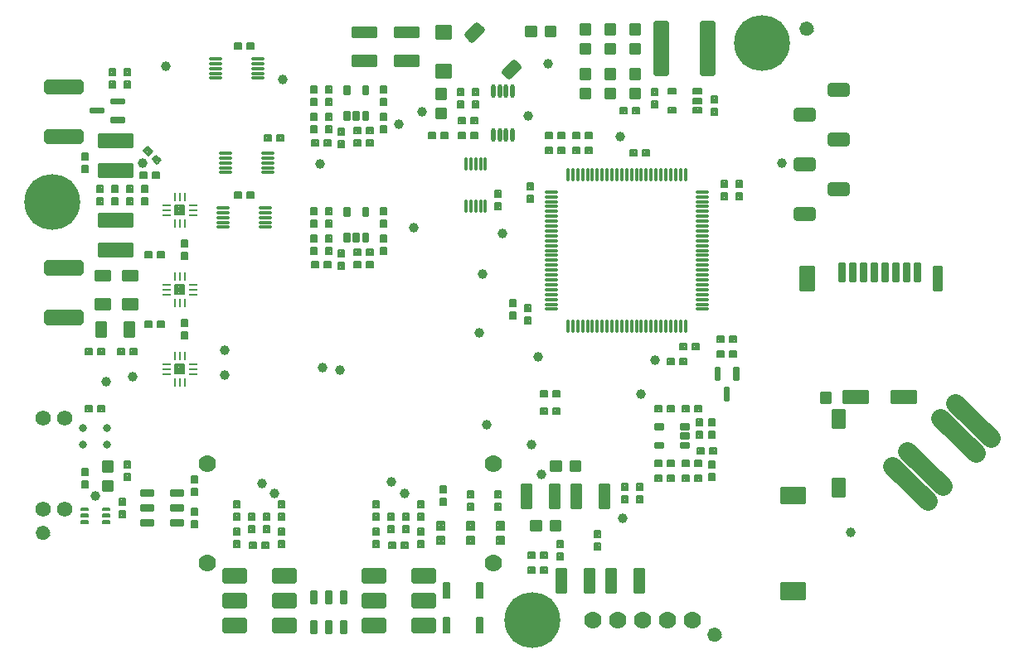
<source format=gts>
*
*
G04 PADS 9.5 Build Number: 522968 generated Gerber (RS-274-X) file*
G04 PC Version=2.1*
*
%IN "PSDR.pcb"*%
*
%MOIN*%
*
%FSLAX35Y35*%
*
*
*
*
G04 PC Standard Apertures*
*
*
G04 Thermal Relief Aperture macro.*
%AMTER*
1,1,$1,0,0*
1,0,$1-$2,0,0*
21,0,$3,$4,0,0,45*
21,0,$3,$4,0,0,135*
%
*
*
G04 Annular Aperture macro.*
%AMANN*
1,1,$1,0,0*
1,0,$2,0,0*
%
*
*
G04 Odd Aperture macro.*
%AMODD*
1,1,$1,0,0*
1,0,$1-0.005,0,0*
%
*
*
G04 PC Custom Aperture Macros*
*
*
*
*
*
*
G04 PC Aperture Table*
*
%ADD010C,0.001*%
%ADD011C,0.008*%
%ADD012C,0.00787*%
%ADD013C,0.01575*%
%ADD035C,0.03*%
%ADD038C,0.024*%
%ADD048C,0.07*%
%ADD072C,0.062*%
%ADD094C,0.00394*%
%ADD104C,0.01181*%
%ADD110C,0.016*%
%ADD146C,0.01*%
%ADD148C,0.076*%
%ADD149C,0.01969*%
%ADD150C,0.032*%
%ADD151C,0.22441*%
%ADD153C,0.014*%
%ADD154O,0.01142X0.05512*%
%ADD155O,0.05512X0.01142*%
%ADD158O,0.03937X0.00984*%
%ADD159O,0.00984X0.03937*%
%ADD160O,0.017X0.056*%
%ADD161O,0.01142X0.05709*%
%ADD162O,0.05709X0.01142*%
%ADD171C,0.0315*%
%ADD172C,0.03937*%
*
*
*
*
G04 PC Circuitry*
G04 Layer Name PSDR.pcb - circuitry*
%LPD*%
*
*
G04 PC Custom Flashes*
G04 Layer Name PSDR.pcb - flashes*
%LPD*%
*
*
G04 PC Circuitry*
G04 Layer Name PSDR.pcb - circuitry*
%LPD*%
*
G54D10*
G54D11*
G01X352900Y325850D02*
X355100D01*
Y323150*
X352900*
Y325850*
Y323200D02*
X355100D01*
X352900Y324000D02*
X355100D01*
X352900Y324800D02*
X355100D01*
X352900Y325600D02*
X355100D01*
X353600Y323150D02*
Y325850D01*
X354400Y323150D02*
Y325850D01*
X352900Y320850D02*
X355100D01*
Y318150*
X352900*
Y320850*
Y318400D02*
X355100D01*
X352900Y319200D02*
X355100D01*
X352900Y320000D02*
X355100D01*
X352900Y320800D02*
X355100D01*
X353600Y318150D02*
Y320850D01*
X354400Y318150D02*
Y320850D01*
X321150Y299900D02*
Y302100D01*
X323850*
Y299900*
X321150*
Y300000D02*
X323850D01*
X321150Y300800D02*
X323850D01*
X321150Y301600D02*
X323850D01*
X321600Y299900D02*
Y302100D01*
X322400Y299900D02*
Y302100D01*
X323200Y299900D02*
Y302100D01*
X326150Y299900D02*
Y302100D01*
X328850*
Y299900*
X326150*
Y300000D02*
X328850D01*
X326150Y300800D02*
X328850D01*
X326150Y301600D02*
X328850D01*
X326400Y299900D02*
Y302100D01*
X327200Y299900D02*
Y302100D01*
X328000Y299900D02*
Y302100D01*
X328800Y299900D02*
Y302100D01*
X379100Y315150D02*
X376900D01*
Y317850*
X379100*
Y315150*
X376900Y315200D02*
X379100D01*
X376900Y316000D02*
X379100D01*
X376900Y316800D02*
X379100D01*
X376900Y317600D02*
X379100D01*
X377600Y315150D02*
Y317850D01*
X378400Y315150D02*
Y317850D01*
X379100Y320150D02*
X376900D01*
Y322850*
X379100*
Y320150*
X376900Y320800D02*
X379100D01*
X376900Y321600D02*
X379100D01*
X376900Y322400D02*
X379100D01*
X377600Y320150D02*
Y322850D01*
X378400Y320150D02*
Y322850D01*
X123900Y172850D02*
X126100D01*
Y170150*
X123900*
Y172850*
Y170400D02*
X126100D01*
X123900Y171200D02*
X126100D01*
X123900Y172000D02*
X126100D01*
X123900Y172800D02*
X126100D01*
X124000Y170150D02*
Y172850D01*
X124800Y170150D02*
Y172850D01*
X125600Y170150D02*
Y172850D01*
X123900Y167850D02*
X126100D01*
Y165150*
X123900*
Y167850*
Y165600D02*
X126100D01*
X123900Y166400D02*
X126100D01*
X123900Y167200D02*
X126100D01*
X124000Y165150D02*
Y167850D01*
X124800Y165150D02*
Y167850D01*
X125600Y165150D02*
Y167850D01*
X317850Y302100D02*
Y299900D01*
X315150*
Y302100*
X317850*
X315150Y300000D02*
X317850D01*
X315150Y300800D02*
X317850D01*
X315150Y301600D02*
X317850D01*
X315200Y299900D02*
Y302100D01*
X316000Y299900D02*
Y302100D01*
X316800Y299900D02*
Y302100D01*
X317600Y299900D02*
Y302100D01*
X312850D02*
Y299900D01*
X310150*
Y302100*
X312850*
X310150Y300000D02*
X312850D01*
X310150Y300800D02*
X312850D01*
X310150Y301600D02*
X312850D01*
X310400Y299900D02*
Y302100D01*
X311200Y299900D02*
Y302100D01*
X312000Y299900D02*
Y302100D01*
X312800Y299900D02*
Y302100D01*
X204850Y307100D02*
Y304900D01*
X202150*
Y307100*
X204850*
X202150Y305600D02*
X204850D01*
X202150Y306400D02*
X204850D01*
X202400Y304900D02*
Y307100D01*
X203200Y304900D02*
Y307100D01*
X204000Y304900D02*
Y307100D01*
X204800Y304900D02*
Y307100D01*
X199850D02*
Y304900D01*
X197150*
Y307100*
X199850*
X197150Y305600D02*
X199850D01*
X197150Y306400D02*
X199850D01*
X197600Y304900D02*
Y307100D01*
X198400Y304900D02*
Y307100D01*
X199200Y304900D02*
Y307100D01*
X216150Y302900D02*
Y305100D01*
X218850*
Y302900*
X216150*
Y303200D02*
X218850D01*
X216150Y304000D02*
X218850D01*
X216150Y304800D02*
X218850D01*
X216800Y302900D02*
Y305100D01*
X217600Y302900D02*
Y305100D01*
X218400Y302900D02*
Y305100D01*
X221150Y302900D02*
Y305100D01*
X223850*
Y302900*
X221150*
Y303200D02*
X223850D01*
X221150Y304000D02*
X223850D01*
X221150Y304800D02*
X223850D01*
X221600Y302900D02*
Y305100D01*
X222400Y302900D02*
Y305100D01*
X223200Y302900D02*
Y305100D01*
X170100Y162150D02*
X167900D01*
Y164850*
X170100*
Y162150*
X167900Y162400D02*
X170100D01*
X167900Y163200D02*
X170100D01*
X167900Y164000D02*
X170100D01*
X167900Y164800D02*
X170100D01*
X168000Y162150D02*
Y164850D01*
X168800Y162150D02*
Y164850D01*
X169600Y162150D02*
Y164850D01*
X170100Y167150D02*
X167900D01*
Y169850*
X170100*
Y167150*
X167900Y167200D02*
X170100D01*
X167900Y168000D02*
X170100D01*
X167900Y168800D02*
X170100D01*
X167900Y169600D02*
X170100D01*
X168000Y167150D02*
Y169850D01*
X168800Y167150D02*
Y169850D01*
X169600Y167150D02*
Y169850D01*
X170100Y149150D02*
X167900D01*
Y151850*
X170100*
Y149150*
X167900Y149600D02*
X170100D01*
X167900Y150400D02*
X170100D01*
X167900Y151200D02*
X170100D01*
X168000Y149150D02*
Y151850D01*
X168800Y149150D02*
Y151850D01*
X169600Y149150D02*
Y151850D01*
X170100Y154150D02*
X167900D01*
Y156850*
X170100*
Y154150*
X167900Y154400D02*
X170100D01*
X167900Y155200D02*
X170100D01*
X167900Y156000D02*
X170100D01*
X167900Y156800D02*
X170100D01*
X168000Y154150D02*
Y156850D01*
X168800Y154150D02*
Y156850D01*
X169600Y154150D02*
Y156850D01*
X126100Y292150D02*
X123900D01*
Y294850*
X126100*
Y292150*
X123900Y292800D02*
X126100D01*
X123900Y293600D02*
X126100D01*
X123900Y294400D02*
X126100D01*
X124000Y292150D02*
Y294850D01*
X124800Y292150D02*
Y294850D01*
X125600Y292150D02*
Y294850D01*
X126100Y297150D02*
X123900D01*
Y299850*
X126100*
Y297150*
X123900Y297600D02*
X126100D01*
X123900Y298400D02*
X126100D01*
X123900Y299200D02*
X126100D01*
X124000Y297150D02*
Y299850D01*
X124800Y297150D02*
Y299850D01*
X125600Y297150D02*
Y299850D01*
X277100Y318150D02*
X274900D01*
Y320850*
X277100*
Y318150*
X274900Y318400D02*
X277100D01*
X274900Y319200D02*
X277100D01*
X274900Y320000D02*
X277100D01*
X274900Y320800D02*
X277100D01*
X275200Y318150D02*
Y320850D01*
X276000Y318150D02*
Y320850D01*
X276800Y318150D02*
Y320850D01*
X277100Y323150D02*
X274900D01*
Y325850*
X277100*
Y323150*
X274900Y323200D02*
X277100D01*
X274900Y324000D02*
X277100D01*
X274900Y324800D02*
X277100D01*
X274900Y325600D02*
X277100D01*
X275200Y323150D02*
Y325850D01*
X276000Y323150D02*
Y325850D01*
X276800Y323150D02*
Y325850D01*
X282850Y314100D02*
Y311900D01*
X280150*
Y314100*
X282850*
X280150Y312000D02*
X282850D01*
X280150Y312800D02*
X282850D01*
X280150Y313600D02*
X282850D01*
X280800Y311900D02*
Y314100D01*
X281600Y311900D02*
Y314100D01*
X282400Y311900D02*
Y314100D01*
X277850D02*
Y311900D01*
X275150*
Y314100*
X277850*
X275150Y312000D02*
X277850D01*
X275150Y312800D02*
X277850D01*
X275150Y313600D02*
X277850D01*
X275200Y311900D02*
Y314100D01*
X276000Y311900D02*
Y314100D01*
X276800Y311900D02*
Y314100D01*
X277600Y311900D02*
Y314100D01*
X386850Y220100D02*
Y217900D01*
X384150*
Y220100*
X386850*
X384150Y218400D02*
X386850D01*
X384150Y219200D02*
X386850D01*
X384150Y220000D02*
X386850D01*
X384800Y217900D02*
Y220100D01*
X385600Y217900D02*
Y220100D01*
X386400Y217900D02*
Y220100D01*
X381850D02*
Y217900D01*
X379150*
Y220100*
X381850*
X379150Y218400D02*
X381850D01*
X379150Y219200D02*
X381850D01*
X379150Y220000D02*
X381850D01*
X379200Y217900D02*
Y220100D01*
X380000Y217900D02*
Y220100D01*
X380800Y217900D02*
Y220100D01*
X381600Y217900D02*
Y220100D01*
X275150Y305900D02*
Y308100D01*
X277850*
Y305900*
X275150*
Y306400D02*
X277850D01*
X275150Y307200D02*
X277850D01*
X275150Y308000D02*
X277850D01*
X275200Y305900D02*
Y308100D01*
X276000Y305900D02*
Y308100D01*
X276800Y305900D02*
Y308100D01*
X277600Y305900D02*
Y308100D01*
X280150Y305900D02*
Y308100D01*
X282850*
Y305900*
X280150*
Y306400D02*
X282850D01*
X280150Y307200D02*
X282850D01*
X280150Y308000D02*
X282850D01*
X280800Y305900D02*
Y308100D01*
X281600Y305900D02*
Y308100D01*
X282400Y305900D02*
Y308100D01*
X280900Y325850D02*
X283100D01*
Y323150*
X280900*
Y325850*
Y323200D02*
X283100D01*
X280900Y324000D02*
X283100D01*
X280900Y324800D02*
X283100D01*
X280900Y325600D02*
X283100D01*
X281600Y323150D02*
Y325850D01*
X282400Y323150D02*
Y325850D01*
X280900Y320850D02*
X283100D01*
Y318150*
X280900*
Y320850*
Y318400D02*
X283100D01*
X280900Y319200D02*
X283100D01*
X280900Y320000D02*
X283100D01*
X280900Y320800D02*
X283100D01*
X281600Y318150D02*
Y320850D01*
X282400Y318150D02*
Y320850D01*
X270850Y308100D02*
Y305900D01*
X268150*
Y308100*
X270850*
X268150Y306400D02*
X270850D01*
X268150Y307200D02*
X270850D01*
X268150Y308000D02*
X270850D01*
X268800Y305900D02*
Y308100D01*
X269600Y305900D02*
Y308100D01*
X270400Y305900D02*
Y308100D01*
X265850D02*
Y305900D01*
X263150*
Y308100*
X265850*
X263150Y306400D02*
X265850D01*
X263150Y307200D02*
X265850D01*
X263150Y308000D02*
X265850D01*
X263200Y305900D02*
Y308100D01*
X264000Y305900D02*
Y308100D01*
X264800Y305900D02*
Y308100D01*
X265600Y305900D02*
Y308100D01*
X154850Y292100D02*
Y289900D01*
X152150*
Y292100*
X154850*
X152150Y290400D02*
X154850D01*
X152150Y291200D02*
X154850D01*
X152150Y292000D02*
X154850D01*
X152800Y289900D02*
Y292100D01*
X153600Y289900D02*
Y292100D01*
X154400Y289900D02*
Y292100D01*
X149850D02*
Y289900D01*
X147150*
Y292100*
X149850*
X147150Y290400D02*
X149850D01*
X147150Y291200D02*
X149850D01*
X147150Y292000D02*
X149850D01*
X147200Y289900D02*
Y292100D01*
X148000Y289900D02*
Y292100D01*
X148800Y289900D02*
Y292100D01*
X149600Y289900D02*
Y292100D01*
X386850Y226100D02*
Y223900D01*
X384150*
Y226100*
X386850*
X384150Y224000D02*
X386850D01*
X384150Y224800D02*
X386850D01*
X384150Y225600D02*
X386850D01*
X384800Y223900D02*
Y226100D01*
X385600Y223900D02*
Y226100D01*
X386400Y223900D02*
Y226100D01*
X381850D02*
Y223900D01*
X379150*
Y226100*
X381850*
X379150Y224000D02*
X381850D01*
X379150Y224800D02*
X381850D01*
X379150Y225600D02*
X381850D01*
X379200Y223900D02*
Y226100D01*
X380000Y223900D02*
Y226100D01*
X380800Y223900D02*
Y226100D01*
X381600Y223900D02*
Y226100D01*
X315850Y204100D02*
Y201900D01*
X313150*
Y204100*
X315850*
X313150Y202400D02*
X315850D01*
X313150Y203200D02*
X315850D01*
X313150Y204000D02*
X315850D01*
X313600Y201900D02*
Y204100D01*
X314400Y201900D02*
Y204100D01*
X315200Y201900D02*
Y204100D01*
X310850D02*
Y201900D01*
X308150*
Y204100*
X310850*
X308150Y202400D02*
X310850D01*
X308150Y203200D02*
X310850D01*
X308150Y204000D02*
X310850D01*
X308800Y201900D02*
Y204100D01*
X309600Y201900D02*
Y204100D01*
X310400Y201900D02*
Y204100D01*
X308150Y194900D02*
Y197100D01*
X310850*
Y194900*
X308150*
Y195200D02*
X310850D01*
X308150Y196000D02*
X310850D01*
X308150Y196800D02*
X310850D01*
X308800Y194900D02*
Y197100D01*
X309600Y194900D02*
Y197100D01*
X310400Y194900D02*
Y197100D01*
X313150Y194900D02*
Y197100D01*
X315850*
Y194900*
X313150*
Y195200D02*
X315850D01*
X313150Y196000D02*
X315850D01*
X313150Y196800D02*
X315850D01*
X313600Y194900D02*
Y197100D01*
X314400Y194900D02*
Y197100D01*
X315200Y194900D02*
Y197100D01*
X378100Y168150D02*
X375900D01*
Y170850*
X378100*
Y168150*
X375900Y168800D02*
X378100D01*
X375900Y169600D02*
X378100D01*
X375900Y170400D02*
X378100D01*
X376000Y168150D02*
Y170850D01*
X376800Y168150D02*
Y170850D01*
X377600Y168150D02*
Y170850D01*
X378100Y173150D02*
X375900D01*
Y175850*
X378100*
Y173150*
X375900Y173600D02*
X378100D01*
X375900Y174400D02*
X378100D01*
X375900Y175200D02*
X378100D01*
X376000Y173150D02*
Y175850D01*
X376800Y173150D02*
Y175850D01*
X377600Y173150D02*
Y175850D01*
X216150Y253900D02*
Y256100D01*
X218850*
Y253900*
X216150*
Y254400D02*
X218850D01*
X216150Y255200D02*
X218850D01*
X216150Y256000D02*
X218850D01*
X216800Y253900D02*
Y256100D01*
X217600Y253900D02*
Y256100D01*
X218400Y253900D02*
Y256100D01*
X221150Y253900D02*
Y256100D01*
X223850*
Y253900*
X221150*
Y254400D02*
X223850D01*
X221150Y255200D02*
X223850D01*
X221150Y256000D02*
X223850D01*
X221600Y253900D02*
Y256100D01*
X222400Y253900D02*
Y256100D01*
X223200Y253900D02*
Y256100D01*
X221900Y266850D02*
X224100D01*
Y264150*
X221900*
Y266850*
Y264800D02*
X224100D01*
X221900Y265600D02*
X224100D01*
X221900Y266400D02*
X224100D01*
X222400Y264150D02*
Y266850D01*
X223200Y264150D02*
Y266850D01*
X224000Y264150D02*
Y266850D01*
X221900Y261850D02*
X224100D01*
Y259150*
X221900*
Y261850*
Y259200D02*
X224100D01*
X221900Y260000D02*
X224100D01*
X221900Y260800D02*
X224100D01*
X221900Y261600D02*
X224100D01*
X222400Y259150D02*
Y261850D01*
X223200Y259150D02*
Y261850D01*
X224000Y259150D02*
Y261850D01*
X233150Y253900D02*
Y256100D01*
X235850*
Y253900*
X233150*
Y254400D02*
X235850D01*
X233150Y255200D02*
X235850D01*
X233150Y256000D02*
X235850D01*
X233600Y253900D02*
Y256100D01*
X234400Y253900D02*
Y256100D01*
X235200Y253900D02*
Y256100D01*
X238150Y253900D02*
Y256100D01*
X240850*
Y253900*
X238150*
Y254400D02*
X240850D01*
X238150Y255200D02*
X240850D01*
X238150Y256000D02*
X240850D01*
X238400Y253900D02*
Y256100D01*
X239200Y253900D02*
Y256100D01*
X240000Y253900D02*
Y256100D01*
X240800Y253900D02*
Y256100D01*
X243900Y266850D02*
X246100D01*
Y264150*
X243900*
Y266850*
Y264800D02*
X246100D01*
X243900Y265600D02*
X246100D01*
X243900Y266400D02*
X246100D01*
X244000Y264150D02*
Y266850D01*
X244800Y264150D02*
Y266850D01*
X245600Y264150D02*
Y266850D01*
X243900Y261850D02*
X246100D01*
Y259150*
X243900*
Y261850*
Y259200D02*
X246100D01*
X243900Y260000D02*
X246100D01*
X243900Y260800D02*
X246100D01*
X243900Y261600D02*
X246100D01*
X244000Y259150D02*
Y261850D01*
X244800Y259150D02*
Y261850D01*
X245600Y259150D02*
Y261850D01*
X221900Y315850D02*
X224100D01*
Y313150*
X221900*
Y315850*
Y313600D02*
X224100D01*
X221900Y314400D02*
X224100D01*
X221900Y315200D02*
X224100D01*
X222400Y313150D02*
Y315850D01*
X223200Y313150D02*
Y315850D01*
X224000Y313150D02*
Y315850D01*
X221900Y310850D02*
X224100D01*
Y308150*
X221900*
Y310850*
Y308800D02*
X224100D01*
X221900Y309600D02*
X224100D01*
X221900Y310400D02*
X224100D01*
X222400Y308150D02*
Y310850D01*
X223200Y308150D02*
Y310850D01*
X224000Y308150D02*
Y310850D01*
X233150Y302900D02*
Y305100D01*
X235850*
Y302900*
X233150*
Y303200D02*
X235850D01*
X233150Y304000D02*
X235850D01*
X233150Y304800D02*
X235850D01*
X233600Y302900D02*
Y305100D01*
X234400Y302900D02*
Y305100D01*
X235200Y302900D02*
Y305100D01*
X238150Y302900D02*
Y305100D01*
X240850*
Y302900*
X238150*
Y303200D02*
X240850D01*
X238150Y304000D02*
X240850D01*
X238150Y304800D02*
X240850D01*
X238400Y302900D02*
Y305100D01*
X239200Y302900D02*
Y305100D01*
X240000Y302900D02*
Y305100D01*
X240800Y302900D02*
Y305100D01*
X243900Y315850D02*
X246100D01*
Y313150*
X243900*
Y315850*
Y313600D02*
X246100D01*
X243900Y314400D02*
X246100D01*
X243900Y315200D02*
X246100D01*
X244000Y313150D02*
Y315850D01*
X244800Y313150D02*
Y315850D01*
X245600Y313150D02*
Y315850D01*
X243900Y310850D02*
X246100D01*
Y308150*
X243900*
Y310850*
Y308800D02*
X246100D01*
X243900Y309600D02*
X246100D01*
X243900Y310400D02*
X246100D01*
X244000Y308150D02*
Y310850D01*
X244800Y308150D02*
Y310850D01*
X245600Y308150D02*
Y310850D01*
X129900Y286850D02*
X132100D01*
Y284150*
X129900*
Y286850*
Y284800D02*
X132100D01*
X129900Y285600D02*
X132100D01*
X129900Y286400D02*
X132100D01*
X130400Y284150D02*
Y286850D01*
X131200Y284150D02*
Y286850D01*
X132000Y284150D02*
Y286850D01*
X129900Y281850D02*
X132100D01*
Y279150*
X129900*
Y281850*
Y279200D02*
X132100D01*
X129900Y280000D02*
X132100D01*
X129900Y280800D02*
X132100D01*
X129900Y281600D02*
X132100D01*
X130400Y279150D02*
Y281850D01*
X131200Y279150D02*
Y281850D01*
X132000Y279150D02*
Y281850D01*
X270100Y158150D02*
X267900D01*
Y160850*
X270100*
Y158150*
X267900Y158400D02*
X270100D01*
X267900Y159200D02*
X270100D01*
X267900Y160000D02*
X270100D01*
X267900Y160800D02*
X270100D01*
X268000Y158150D02*
Y160850D01*
X268800Y158150D02*
Y160850D01*
X269600Y158150D02*
Y160850D01*
X270100Y163150D02*
X267900D01*
Y165850*
X270100*
Y163150*
X267900Y163200D02*
X270100D01*
X267900Y164000D02*
X270100D01*
X267900Y164800D02*
X270100D01*
X267900Y165600D02*
X270100D01*
X268000Y163150D02*
Y165850D01*
X268800Y163150D02*
Y165850D01*
X269600Y163150D02*
Y165850D01*
X347850Y318100D02*
Y315900D01*
X345150*
Y318100*
X347850*
X345150Y316000D02*
X347850D01*
X345150Y316800D02*
X347850D01*
X345150Y317600D02*
X347850D01*
X345600Y315900D02*
Y318100D01*
X346400Y315900D02*
Y318100D01*
X347200Y315900D02*
Y318100D01*
X342850D02*
Y315900D01*
X340150*
Y318100*
X342850*
X340150Y316000D02*
X342850D01*
X340150Y316800D02*
X342850D01*
X340150Y317600D02*
X342850D01*
X340800Y315900D02*
Y318100D01*
X341600Y315900D02*
Y318100D01*
X342400Y315900D02*
Y318100D01*
X365150Y173900D02*
Y176100D01*
X367850*
Y173900*
X365150*
Y174400D02*
X367850D01*
X365150Y175200D02*
X367850D01*
X365150Y176000D02*
X367850D01*
X365600Y173900D02*
Y176100D01*
X366400Y173900D02*
Y176100D01*
X367200Y173900D02*
Y176100D01*
X370150Y173900D02*
Y176100D01*
X372850*
Y173900*
X370150*
Y174400D02*
X372850D01*
X370150Y175200D02*
X372850D01*
X370150Y176000D02*
X372850D01*
X370400Y173900D02*
Y176100D01*
X371200Y173900D02*
Y176100D01*
X372000Y173900D02*
Y176100D01*
X372800Y173900D02*
Y176100D01*
X378100Y185150D02*
X375900D01*
Y187850*
X378100*
Y185150*
X375900Y185600D02*
X378100D01*
X375900Y186400D02*
X378100D01*
X375900Y187200D02*
X378100D01*
X376000Y185150D02*
Y187850D01*
X376800Y185150D02*
Y187850D01*
X377600Y185150D02*
Y187850D01*
X378100Y190150D02*
X375900D01*
Y192850*
X378100*
Y190150*
X375900Y190400D02*
X378100D01*
X375900Y191200D02*
X378100D01*
X375900Y192000D02*
X378100D01*
X375900Y192800D02*
X378100D01*
X376000Y190150D02*
Y192850D01*
X376800Y190150D02*
Y192850D01*
X377600Y190150D02*
Y192850D01*
X125150Y195900D02*
Y198100D01*
X127850*
Y195900*
X125150*
Y196000D02*
X127850D01*
X125150Y196800D02*
X127850D01*
X125150Y197600D02*
X127850D01*
X125600Y195900D02*
Y198100D01*
X126400Y195900D02*
Y198100D01*
X127200Y195900D02*
Y198100D01*
X130150Y195900D02*
Y198100D01*
X132850*
Y195900*
X130150*
Y196000D02*
X132850D01*
X130150Y196800D02*
X132850D01*
X130150Y197600D02*
X132850D01*
X130400Y195900D02*
Y198100D01*
X131200Y195900D02*
Y198100D01*
X132000Y195900D02*
Y198100D01*
X132800Y195900D02*
Y198100D01*
X365150Y195900D02*
Y198100D01*
X367850*
Y195900*
X365150*
Y196000D02*
X367850D01*
X365150Y196800D02*
X367850D01*
X365150Y197600D02*
X367850D01*
X365600Y195900D02*
Y198100D01*
X366400Y195900D02*
Y198100D01*
X367200Y195900D02*
Y198100D01*
X370150Y195900D02*
Y198100D01*
X372850*
Y195900*
X370150*
Y196000D02*
X372850D01*
X370150Y196800D02*
X372850D01*
X370150Y197600D02*
X372850D01*
X370400Y195900D02*
Y198100D01*
X371200Y195900D02*
Y198100D01*
X372000Y195900D02*
Y198100D01*
X372800Y195900D02*
Y198100D01*
X229100Y253150D02*
X226900D01*
Y255850*
X229100*
Y253150*
X226900Y253600D02*
X229100D01*
X226900Y254400D02*
X229100D01*
X226900Y255200D02*
X229100D01*
X227200Y253150D02*
Y255850D01*
X228000Y253150D02*
Y255850D01*
X228800Y253150D02*
Y255850D01*
X229100Y258150D02*
X226900D01*
Y260850*
X229100*
Y258150*
X226900Y258400D02*
X229100D01*
X226900Y259200D02*
X229100D01*
X226900Y260000D02*
X229100D01*
X226900Y260800D02*
X229100D01*
X227200Y258150D02*
Y260850D01*
X228000Y258150D02*
Y260850D01*
X228800Y258150D02*
Y260850D01*
X371150Y178900D02*
Y181100D01*
X373850*
Y178900*
X371150*
Y179200D02*
X373850D01*
X371150Y180000D02*
X373850D01*
X371150Y180800D02*
X373850D01*
X371200Y178900D02*
Y181100D01*
X372000Y178900D02*
Y181100D01*
X372800Y178900D02*
Y181100D01*
X373600Y178900D02*
Y181100D01*
X376150Y178900D02*
Y181100D01*
X378850*
Y178900*
X376150*
Y179200D02*
X378850D01*
X376150Y180000D02*
X378850D01*
X376150Y180800D02*
X378850D01*
X376800Y178900D02*
Y181100D01*
X377600Y178900D02*
Y181100D01*
X378400Y178900D02*
Y181100D01*
X125150Y218900D02*
Y221100D01*
X127850*
Y218900*
X125150*
Y219200D02*
X127850D01*
X125150Y220000D02*
X127850D01*
X125150Y220800D02*
X127850D01*
X125600Y218900D02*
Y221100D01*
X126400Y218900D02*
Y221100D01*
X127200Y218900D02*
Y221100D01*
X130150Y218900D02*
Y221100D01*
X132850*
Y218900*
X130150*
Y219200D02*
X132850D01*
X130150Y220000D02*
X132850D01*
X130150Y220800D02*
X132850D01*
X130400Y218900D02*
Y221100D01*
X131200Y218900D02*
Y221100D01*
X132000Y218900D02*
Y221100D01*
X132800Y218900D02*
Y221100D01*
X138150Y218900D02*
Y221100D01*
X140850*
Y218900*
X138150*
Y219200D02*
X140850D01*
X138150Y220000D02*
X140850D01*
X138150Y220800D02*
X140850D01*
X138400Y218900D02*
Y221100D01*
X139200Y218900D02*
Y221100D01*
X140000Y218900D02*
Y221100D01*
X140800Y218900D02*
Y221100D01*
X143150Y218900D02*
Y221100D01*
X145850*
Y218900*
X143150*
Y219200D02*
X145850D01*
X143150Y220000D02*
X145850D01*
X143150Y220800D02*
X145850D01*
X143200Y218900D02*
Y221100D01*
X144000Y218900D02*
Y221100D01*
X144800Y218900D02*
Y221100D01*
X145600Y218900D02*
Y221100D01*
X346900Y166850D02*
X349100D01*
Y164150*
X346900*
Y166850*
Y164800D02*
X349100D01*
X346900Y165600D02*
X349100D01*
X346900Y166400D02*
X349100D01*
X347200Y164150D02*
Y166850D01*
X348000Y164150D02*
Y166850D01*
X348800Y164150D02*
Y166850D01*
X346900Y161850D02*
X349100D01*
Y159150*
X346900*
Y161850*
Y159200D02*
X349100D01*
X346900Y160000D02*
X349100D01*
X346900Y160800D02*
X349100D01*
X346900Y161600D02*
X349100D01*
X347200Y159150D02*
Y161850D01*
X348000Y159150D02*
Y161850D01*
X348800Y159150D02*
Y161850D01*
X343100Y159150D02*
X340900D01*
Y161850*
X343100*
Y159150*
X340900Y159200D02*
X343100D01*
X340900Y160000D02*
X343100D01*
X340900Y160800D02*
X343100D01*
X340900Y161600D02*
X343100D01*
X341600Y159150D02*
Y161850D01*
X342400Y159150D02*
Y161850D01*
X343100Y164150D02*
X340900D01*
Y166850*
X343100*
Y164150*
X340900Y164800D02*
X343100D01*
X340900Y165600D02*
X343100D01*
X340900Y166400D02*
X343100D01*
X341600Y164150D02*
Y166850D01*
X342400Y164150D02*
Y166850D01*
X354150Y167900D02*
Y170100D01*
X356850*
Y167900*
X354150*
Y168000D02*
X356850D01*
X354150Y168800D02*
X356850D01*
X354150Y169600D02*
X356850D01*
X354400Y167900D02*
Y170100D01*
X355200Y167900D02*
Y170100D01*
X356000Y167900D02*
Y170100D01*
X356800Y167900D02*
Y170100D01*
X359150Y167900D02*
Y170100D01*
X361850*
Y167900*
X359150*
Y168000D02*
X361850D01*
X359150Y168800D02*
X361850D01*
X359150Y169600D02*
X361850D01*
X359200Y167900D02*
Y170100D01*
X360000Y167900D02*
Y170100D01*
X360800Y167900D02*
Y170100D01*
X361600Y167900D02*
Y170100D01*
X329900Y147850D02*
X332100D01*
Y145150*
X329900*
Y147850*
Y145600D02*
X332100D01*
X329900Y146400D02*
X332100D01*
X329900Y147200D02*
X332100D01*
X330400Y145150D02*
Y147850D01*
X331200Y145150D02*
Y147850D01*
X332000Y145150D02*
Y147850D01*
X329900Y142850D02*
X332100D01*
Y140150*
X329900*
Y142850*
Y140800D02*
X332100D01*
X329900Y141600D02*
X332100D01*
X329900Y142400D02*
X332100D01*
X330400Y140150D02*
Y142850D01*
X331200Y140150D02*
Y142850D01*
X332000Y140150D02*
Y142850D01*
X147900Y286850D02*
X150100D01*
Y284150*
X147900*
Y286850*
Y284800D02*
X150100D01*
X147900Y285600D02*
X150100D01*
X147900Y286400D02*
X150100D01*
X148000Y284150D02*
Y286850D01*
X148800Y284150D02*
Y286850D01*
X149600Y284150D02*
Y286850D01*
X147900Y281850D02*
X150100D01*
Y279150*
X147900*
Y281850*
Y279200D02*
X150100D01*
X147900Y280000D02*
X150100D01*
X147900Y280800D02*
X150100D01*
X147900Y281600D02*
X150100D01*
X148000Y279150D02*
Y281850D01*
X148800Y279150D02*
Y281850D01*
X149600Y279150D02*
Y281850D01*
X163900Y232850D02*
X166100D01*
Y230150*
X163900*
Y232850*
Y230400D02*
X166100D01*
X163900Y231200D02*
X166100D01*
X163900Y232000D02*
X166100D01*
X163900Y232800D02*
X166100D01*
X164000Y230150D02*
Y232850D01*
X164800Y230150D02*
Y232850D01*
X165600Y230150D02*
Y232850D01*
X163900Y227850D02*
X166100D01*
Y225150*
X163900*
Y227850*
Y225600D02*
X166100D01*
X163900Y226400D02*
X166100D01*
X163900Y227200D02*
X166100D01*
X164000Y225150D02*
Y227850D01*
X164800Y225150D02*
Y227850D01*
X165600Y225150D02*
Y227850D01*
X303150Y130900D02*
Y133100D01*
X305850*
Y130900*
X303150*
Y131200D02*
X305850D01*
X303150Y132000D02*
X305850D01*
X303150Y132800D02*
X305850D01*
X303200Y130900D02*
Y133100D01*
X304000Y130900D02*
Y133100D01*
X304800Y130900D02*
Y133100D01*
X305600Y130900D02*
Y133100D01*
X308150Y130900D02*
Y133100D01*
X310850*
Y130900*
X308150*
Y131200D02*
X310850D01*
X308150Y132000D02*
X310850D01*
X308150Y132800D02*
X310850D01*
X308800Y130900D02*
Y133100D01*
X309600Y130900D02*
Y133100D01*
X310400Y130900D02*
Y133100D01*
X370900Y192850D02*
X373100D01*
Y190150*
X370900*
Y192850*
Y190400D02*
X373100D01*
X370900Y191200D02*
X373100D01*
X370900Y192000D02*
X373100D01*
X370900Y192800D02*
X373100D01*
X371200Y190150D02*
Y192850D01*
X372000Y190150D02*
Y192850D01*
X372800Y190150D02*
Y192850D01*
X370900Y187850D02*
X373100D01*
Y185150*
X370900*
Y187850*
Y185600D02*
X373100D01*
X370900Y186400D02*
X373100D01*
X370900Y187200D02*
X373100D01*
X371200Y185150D02*
Y187850D01*
X372000Y185150D02*
Y187850D01*
X372800Y185150D02*
Y187850D01*
X229100Y302150D02*
X226900D01*
Y304850*
X229100*
Y302150*
X226900Y302400D02*
X229100D01*
X226900Y303200D02*
X229100D01*
X226900Y304000D02*
X229100D01*
X226900Y304800D02*
X229100D01*
X227200Y302150D02*
Y304850D01*
X228000Y302150D02*
Y304850D01*
X228800Y302150D02*
Y304850D01*
X229100Y307150D02*
X226900D01*
Y309850*
X229100*
Y307150*
X226900Y307200D02*
X229100D01*
X226900Y308000D02*
X229100D01*
X226900Y308800D02*
X229100D01*
X226900Y309600D02*
X229100D01*
X227200Y307150D02*
Y309850D01*
X228000Y307150D02*
Y309850D01*
X228800Y307150D02*
Y309850D01*
X354150Y173900D02*
Y176100D01*
X356850*
Y173900*
X354150*
Y174400D02*
X356850D01*
X354150Y175200D02*
X356850D01*
X354150Y176000D02*
X356850D01*
X354400Y173900D02*
Y176100D01*
X355200Y173900D02*
Y176100D01*
X356000Y173900D02*
Y176100D01*
X356800Y173900D02*
Y176100D01*
X359150Y173900D02*
Y176100D01*
X361850*
Y173900*
X359150*
Y174400D02*
X361850D01*
X359150Y175200D02*
X361850D01*
X359150Y176000D02*
X361850D01*
X359200Y173900D02*
Y176100D01*
X360000Y173900D02*
Y176100D01*
X360800Y173900D02*
Y176100D01*
X361600Y173900D02*
Y176100D01*
X303150Y136900D02*
Y139100D01*
X305850*
Y136900*
X303150*
Y137600D02*
X305850D01*
X303150Y138400D02*
X305850D01*
X303200Y136900D02*
Y139100D01*
X304000Y136900D02*
Y139100D01*
X304800Y136900D02*
Y139100D01*
X305600Y136900D02*
Y139100D01*
X308150Y136900D02*
Y139100D01*
X310850*
Y136900*
X308150*
Y137600D02*
X310850D01*
X308150Y138400D02*
X310850D01*
X308800Y136900D02*
Y139100D01*
X309600Y136900D02*
Y139100D01*
X310400Y136900D02*
Y139100D01*
X354150Y195900D02*
Y198100D01*
X356850*
Y195900*
X354150*
Y196000D02*
X356850D01*
X354150Y196800D02*
X356850D01*
X354150Y197600D02*
X356850D01*
X354400Y195900D02*
Y198100D01*
X355200Y195900D02*
Y198100D01*
X356000Y195900D02*
Y198100D01*
X356800Y195900D02*
Y198100D01*
X359150Y195900D02*
Y198100D01*
X361850*
Y195900*
X359150*
Y196000D02*
X361850D01*
X359150Y196800D02*
X361850D01*
X359150Y197600D02*
X361850D01*
X359200Y195900D02*
Y198100D01*
X360000Y195900D02*
Y198100D01*
X360800Y195900D02*
Y198100D01*
X361600Y195900D02*
Y198100D01*
X380900Y288850D02*
X383100D01*
Y286150*
X380900*
Y288850*
Y286400D02*
X383100D01*
X380900Y287200D02*
X383100D01*
X380900Y288000D02*
X383100D01*
X380900Y288800D02*
X383100D01*
X381600Y286150D02*
Y288850D01*
X382400Y286150D02*
Y288850D01*
X380900Y283850D02*
X383100D01*
Y281150*
X380900*
Y283850*
Y281600D02*
X383100D01*
X380900Y282400D02*
X383100D01*
X380900Y283200D02*
X383100D01*
X381600Y281150D02*
Y283850D01*
X382400Y281150D02*
Y283850D01*
X314900Y143850D02*
X317100D01*
Y141150*
X314900*
Y143850*
Y141600D02*
X317100D01*
X314900Y142400D02*
X317100D01*
X314900Y143200D02*
X317100D01*
X315200Y141150D02*
Y143850D01*
X316000Y141150D02*
Y143850D01*
X316800Y141150D02*
Y143850D01*
X314900Y138850D02*
X317100D01*
Y136150*
X314900*
Y138850*
Y136800D02*
X317100D01*
X314900Y137600D02*
X317100D01*
X314900Y138400D02*
X317100D01*
X315200Y136150D02*
Y138850D01*
X316000Y136150D02*
Y138850D01*
X316800Y136150D02*
Y138850D01*
X317850Y308100D02*
Y305900D01*
X315150*
Y308100*
X317850*
X315150Y306400D02*
X317850D01*
X315150Y307200D02*
X317850D01*
X315150Y308000D02*
X317850D01*
X315200Y305900D02*
Y308100D01*
X316000Y305900D02*
Y308100D01*
X316800Y305900D02*
Y308100D01*
X317600Y305900D02*
Y308100D01*
X312850D02*
Y305900D01*
X310150*
Y308100*
X312850*
X310150Y306400D02*
X312850D01*
X310150Y307200D02*
X312850D01*
X310150Y308000D02*
X312850D01*
X310400Y305900D02*
Y308100D01*
X311200Y305900D02*
Y308100D01*
X312000Y305900D02*
Y308100D01*
X312800Y305900D02*
Y308100D01*
X359150Y214900D02*
Y217100D01*
X361850*
Y214900*
X359150*
Y215200D02*
X361850D01*
X359150Y216000D02*
X361850D01*
X359150Y216800D02*
X361850D01*
X359200Y214900D02*
Y217100D01*
X360000Y214900D02*
Y217100D01*
X360800Y214900D02*
Y217100D01*
X361600Y214900D02*
Y217100D01*
X364150Y214900D02*
Y217100D01*
X366850*
Y214900*
X364150*
Y215200D02*
X366850D01*
X364150Y216000D02*
X366850D01*
X364150Y216800D02*
X366850D01*
X364800Y214900D02*
Y217100D01*
X365600Y214900D02*
Y217100D01*
X366400Y214900D02*
Y217100D01*
X295900Y240850D02*
X298100D01*
Y238150*
X295900*
Y240850*
Y238400D02*
X298100D01*
X295900Y239200D02*
X298100D01*
X295900Y240000D02*
X298100D01*
X295900Y240800D02*
X298100D01*
X296000Y238150D02*
Y240850D01*
X296800Y238150D02*
Y240850D01*
X297600Y238150D02*
Y240850D01*
X295900Y235850D02*
X298100D01*
Y233150*
X295900*
Y235850*
Y233600D02*
X298100D01*
X295900Y234400D02*
X298100D01*
X295900Y235200D02*
X298100D01*
X296000Y233150D02*
Y235850D01*
X296800Y233150D02*
Y235850D01*
X297600Y233150D02*
Y235850D01*
X135900Y286850D02*
X138100D01*
Y284150*
X135900*
Y286850*
Y284800D02*
X138100D01*
X135900Y285600D02*
X138100D01*
X135900Y286400D02*
X138100D01*
X136000Y284150D02*
Y286850D01*
X136800Y284150D02*
Y286850D01*
X137600Y284150D02*
Y286850D01*
X135900Y281850D02*
X138100D01*
Y279150*
X135900*
Y281850*
Y279200D02*
X138100D01*
X135900Y280000D02*
X138100D01*
X135900Y280800D02*
X138100D01*
X135900Y281600D02*
X138100D01*
X136000Y279150D02*
Y281850D01*
X136800Y279150D02*
Y281850D01*
X137600Y279150D02*
Y281850D01*
X156850Y232100D02*
Y229900D01*
X154150*
Y232100*
X156850*
X154150Y230400D02*
X156850D01*
X154150Y231200D02*
X156850D01*
X154150Y232000D02*
X156850D01*
X154400Y229900D02*
Y232100D01*
X155200Y229900D02*
Y232100D01*
X156000Y229900D02*
Y232100D01*
X156800Y229900D02*
Y232100D01*
X151850D02*
Y229900D01*
X149150*
Y232100*
X151850*
X149150Y230400D02*
X151850D01*
X149150Y231200D02*
X151850D01*
X149150Y232000D02*
X151850D01*
X149600Y229900D02*
Y232100D01*
X150400Y229900D02*
Y232100D01*
X151200Y229900D02*
Y232100D01*
X156850Y260100D02*
Y257900D01*
X154150*
Y260100*
X156850*
X154150Y258400D02*
X156850D01*
X154150Y259200D02*
X156850D01*
X154150Y260000D02*
X156850D01*
X154400Y257900D02*
Y260100D01*
X155200Y257900D02*
Y260100D01*
X156000Y257900D02*
Y260100D01*
X156800Y257900D02*
Y260100D01*
X151850D02*
Y257900D01*
X149150*
Y260100*
X151850*
X149150Y258400D02*
X151850D01*
X149150Y259200D02*
X151850D01*
X149150Y260000D02*
X151850D01*
X149600Y257900D02*
Y260100D01*
X150400Y257900D02*
Y260100D01*
X151200Y257900D02*
Y260100D01*
X163900Y264850D02*
X166100D01*
Y262150*
X163900*
Y264850*
Y262400D02*
X166100D01*
X163900Y263200D02*
X166100D01*
X163900Y264000D02*
X166100D01*
X163900Y264800D02*
X166100D01*
X164000Y262150D02*
Y264850D01*
X164800Y262150D02*
Y264850D01*
X165600Y262150D02*
Y264850D01*
X163900Y259850D02*
X166100D01*
Y257150*
X163900*
Y259850*
Y257600D02*
X166100D01*
X163900Y258400D02*
X166100D01*
X163900Y259200D02*
X166100D01*
X164000Y257150D02*
Y259850D01*
X164800Y257150D02*
Y259850D01*
X165600Y257150D02*
Y259850D01*
X155500Y297055D02*
X153945Y295500D01*
X152035Y297409*
X153591Y298965*
X155500Y297055*
X153444Y296000D02*
X154445D01*
X152644Y296800D02*
X155245D01*
X152226Y297600D02*
X154956D01*
X153026Y298400D02*
X154156D01*
X152800Y296644D02*
Y298174D01*
X153600Y295844D02*
Y298956D01*
X154400Y295955D02*
Y298156D01*
X155200Y296755D02*
Y297356D01*
X151965Y300591D02*
X150409Y299035D01*
X148500Y300945*
X150055Y302500*
X151965Y300591*
X150244Y299200D02*
X150574D01*
X149444Y300000D02*
X151374D01*
X148644Y300800D02*
X151756D01*
X149155Y301600D02*
X150956D01*
X149955Y302400D02*
X150156D01*
X148800Y300644D02*
Y301245D01*
X149600Y299844D02*
Y302045D01*
X150400Y299044D02*
Y302156D01*
X151200Y299826D02*
Y301356D01*
X143100Y168150D02*
X140900D01*
Y170850*
X143100*
Y168150*
X140900Y168800D02*
X143100D01*
X140900Y169600D02*
X143100D01*
X140900Y170400D02*
X143100D01*
X141600Y168150D02*
Y170850D01*
X142400Y168150D02*
Y170850D01*
X143100Y173150D02*
X140900D01*
Y175850*
X143100*
Y173150*
X140900Y173600D02*
X143100D01*
X140900Y174400D02*
X143100D01*
X140900Y175200D02*
X143100D01*
X141600Y173150D02*
Y175850D01*
X142400Y173150D02*
Y175850D01*
X141900Y286850D02*
X144100D01*
Y284150*
X141900*
Y286850*
Y284800D02*
X144100D01*
X141900Y285600D02*
X144100D01*
X141900Y286400D02*
X144100D01*
X142400Y284150D02*
Y286850D01*
X143200Y284150D02*
Y286850D01*
X144000Y284150D02*
Y286850D01*
X141900Y281850D02*
X144100D01*
Y279150*
X141900*
Y281850*
Y279200D02*
X144100D01*
X141900Y280000D02*
X144100D01*
X141900Y280800D02*
X144100D01*
X141900Y281600D02*
X144100D01*
X142400Y279150D02*
Y281850D01*
X143200Y279150D02*
Y281850D01*
X144000Y279150D02*
Y281850D01*
X371850Y223100D02*
Y220900D01*
X369150*
Y223100*
X371850*
X369150Y221600D02*
X371850D01*
X369150Y222400D02*
X371850D01*
X369600Y220900D02*
Y223100D01*
X370400Y220900D02*
Y223100D01*
X371200Y220900D02*
Y223100D01*
X366850D02*
Y220900D01*
X364150*
Y223100*
X366850*
X364150Y221600D02*
X366850D01*
X364150Y222400D02*
X366850D01*
X364800Y220900D02*
Y223100D01*
X365600Y220900D02*
Y223100D01*
X366400Y220900D02*
Y223100D01*
X386900Y288850D02*
X389100D01*
Y286150*
X386900*
Y288850*
Y286400D02*
X389100D01*
X386900Y287200D02*
X389100D01*
X386900Y288000D02*
X389100D01*
X386900Y288800D02*
X389100D01*
X387200Y286150D02*
Y288850D01*
X388000Y286150D02*
Y288850D01*
X388800Y286150D02*
Y288850D01*
X386900Y283850D02*
X389100D01*
Y281150*
X386900*
Y283850*
Y281600D02*
X389100D01*
X386900Y282400D02*
X389100D01*
X386900Y283200D02*
X389100D01*
X387200Y281150D02*
Y283850D01*
X388000Y281150D02*
Y283850D01*
X388800Y281150D02*
Y283850D01*
X304100Y231150D02*
X301900D01*
Y233850*
X304100*
Y231150*
X301900Y231200D02*
X304100D01*
X301900Y232000D02*
X304100D01*
X301900Y232800D02*
X304100D01*
X301900Y233600D02*
X304100D01*
X302400Y231150D02*
Y233850D01*
X303200Y231150D02*
Y233850D01*
X304000Y231150D02*
Y233850D01*
X304100Y236150D02*
X301900D01*
Y238850*
X304100*
Y236150*
X301900Y236800D02*
X304100D01*
X301900Y237600D02*
X304100D01*
X301900Y238400D02*
X304100D01*
X302400Y236150D02*
Y238850D01*
X303200Y236150D02*
Y238850D01*
X304000Y236150D02*
Y238850D01*
X240850Y261100D02*
Y258900D01*
X238150*
Y261100*
X240850*
X238150Y259200D02*
X240850D01*
X238150Y260000D02*
X240850D01*
X238150Y260800D02*
X240850D01*
X238400Y258900D02*
Y261100D01*
X239200Y258900D02*
Y261100D01*
X240000Y258900D02*
Y261100D01*
X240800Y258900D02*
Y261100D01*
X235850D02*
Y258900D01*
X233150*
Y261100*
X235850*
X233150Y259200D02*
X235850D01*
X233150Y260000D02*
X235850D01*
X233150Y260800D02*
X235850D01*
X233600Y258900D02*
Y261100D01*
X234400Y258900D02*
Y261100D01*
X235200Y258900D02*
Y261100D01*
X240850Y310100D02*
Y307900D01*
X238150*
Y310100*
X240850*
X238150Y308000D02*
X240850D01*
X238150Y308800D02*
X240850D01*
X238150Y309600D02*
X240850D01*
X238400Y307900D02*
Y310100D01*
X239200Y307900D02*
Y310100D01*
X240000Y307900D02*
Y310100D01*
X240800Y307900D02*
Y310100D01*
X235850D02*
Y307900D01*
X233150*
Y310100*
X235850*
X233150Y308000D02*
X235850D01*
X233150Y308800D02*
X235850D01*
X233150Y309600D02*
X235850D01*
X233600Y307900D02*
Y310100D01*
X234400Y307900D02*
Y310100D01*
X235200Y307900D02*
Y310100D01*
X344150Y298900D02*
Y301100D01*
X346850*
Y298900*
X344150*
Y299200D02*
X346850D01*
X344150Y300000D02*
X346850D01*
X344150Y300800D02*
X346850D01*
X344800Y298900D02*
Y301100D01*
X345600Y298900D02*
Y301100D01*
X346400Y298900D02*
Y301100D01*
X349150Y298900D02*
Y301100D01*
X351850*
Y298900*
X349150*
Y299200D02*
X351850D01*
X349150Y300000D02*
X351850D01*
X349150Y300800D02*
X351850D01*
X349600Y298900D02*
Y301100D01*
X350400Y298900D02*
Y301100D01*
X351200Y298900D02*
Y301100D01*
X305100Y280150D02*
X302900D01*
Y282850*
X305100*
Y280150*
X302900Y280800D02*
X305100D01*
X302900Y281600D02*
X305100D01*
X302900Y282400D02*
X305100D01*
X303200Y280150D02*
Y282850D01*
X304000Y280150D02*
Y282850D01*
X304800Y280150D02*
Y282850D01*
X305100Y285150D02*
X302900D01*
Y287850*
X305100*
Y285150*
X302900Y285600D02*
X305100D01*
X302900Y286400D02*
X305100D01*
X302900Y287200D02*
X305100D01*
X303200Y285150D02*
Y287850D01*
X304000Y285150D02*
Y287850D01*
X304800Y285150D02*
Y287850D01*
X321150Y305900D02*
Y308100D01*
X323850*
Y305900*
X321150*
Y306400D02*
X323850D01*
X321150Y307200D02*
X323850D01*
X321150Y308000D02*
X323850D01*
X321600Y305900D02*
Y308100D01*
X322400Y305900D02*
Y308100D01*
X323200Y305900D02*
Y308100D01*
X326150Y305900D02*
Y308100D01*
X328850*
Y305900*
X326150*
Y306400D02*
X328850D01*
X326150Y307200D02*
X328850D01*
X326150Y308000D02*
X328850D01*
X326400Y305900D02*
Y308100D01*
X327200Y305900D02*
Y308100D01*
X328000Y305900D02*
Y308100D01*
X328800Y305900D02*
Y308100D01*
X138900Y160850D02*
X141100D01*
Y158150*
X138900*
Y160850*
Y158400D02*
X141100D01*
X138900Y159200D02*
X141100D01*
X138900Y160000D02*
X141100D01*
X138900Y160800D02*
X141100D01*
X139200Y158150D02*
Y160850D01*
X140000Y158150D02*
Y160850D01*
X140800Y158150D02*
Y160850D01*
X138900Y155850D02*
X141100D01*
Y153150*
X138900*
Y155850*
Y153600D02*
X141100D01*
X138900Y154400D02*
X141100D01*
X138900Y155200D02*
X141100D01*
X139200Y153150D02*
Y155850D01*
X140000Y153150D02*
Y155850D01*
X140800Y153150D02*
Y155850D01*
X215900Y277850D02*
X218100D01*
Y275150*
X215900*
Y277850*
Y275200D02*
X218100D01*
X215900Y276000D02*
X218100D01*
X215900Y276800D02*
X218100D01*
X215900Y277600D02*
X218100D01*
X216000Y275150D02*
Y277850D01*
X216800Y275150D02*
Y277850D01*
X217600Y275150D02*
Y277850D01*
X215900Y272850D02*
X218100D01*
Y270150*
X215900*
Y272850*
Y270400D02*
X218100D01*
X215900Y271200D02*
X218100D01*
X215900Y272000D02*
X218100D01*
X215900Y272800D02*
X218100D01*
X216000Y270150D02*
Y272850D01*
X216800Y270150D02*
Y272850D01*
X217600Y270150D02*
Y272850D01*
X215900Y326850D02*
X218100D01*
Y324150*
X215900*
Y326850*
Y324800D02*
X218100D01*
X215900Y325600D02*
X218100D01*
X215900Y326400D02*
X218100D01*
X216000Y324150D02*
Y326850D01*
X216800Y324150D02*
Y326850D01*
X217600Y324150D02*
Y326850D01*
X215900Y321850D02*
X218100D01*
Y319150*
X215900*
Y321850*
Y319200D02*
X218100D01*
X215900Y320000D02*
X218100D01*
X215900Y320800D02*
X218100D01*
X215900Y321600D02*
X218100D01*
X216000Y319150D02*
Y321850D01*
X216800Y319150D02*
Y321850D01*
X217600Y319150D02*
Y321850D01*
X221900Y277850D02*
X224100D01*
Y275150*
X221900*
Y277850*
Y275200D02*
X224100D01*
X221900Y276000D02*
X224100D01*
X221900Y276800D02*
X224100D01*
X221900Y277600D02*
X224100D01*
X222400Y275150D02*
Y277850D01*
X223200Y275150D02*
Y277850D01*
X224000Y275150D02*
Y277850D01*
X221900Y272850D02*
X224100D01*
Y270150*
X221900*
Y272850*
Y270400D02*
X224100D01*
X221900Y271200D02*
X224100D01*
X221900Y272000D02*
X224100D01*
X221900Y272800D02*
X224100D01*
X222400Y270150D02*
Y272850D01*
X223200Y270150D02*
Y272850D01*
X224000Y270150D02*
Y272850D01*
X221900Y326850D02*
X224100D01*
Y324150*
X221900*
Y326850*
Y324800D02*
X224100D01*
X221900Y325600D02*
X224100D01*
X221900Y326400D02*
X224100D01*
X222400Y324150D02*
Y326850D01*
X223200Y324150D02*
Y326850D01*
X224000Y324150D02*
Y326850D01*
X221900Y321850D02*
X224100D01*
Y319150*
X221900*
Y321850*
Y319200D02*
X224100D01*
X221900Y320000D02*
X224100D01*
X221900Y320800D02*
X224100D01*
X221900Y321600D02*
X224100D01*
X222400Y319150D02*
Y321850D01*
X223200Y319150D02*
Y321850D01*
X224000Y319150D02*
Y321850D01*
X292100Y277150D02*
X289900D01*
Y279850*
X292100*
Y277150*
X289900Y277600D02*
X292100D01*
X289900Y278400D02*
X292100D01*
X289900Y279200D02*
X292100D01*
X290400Y277150D02*
Y279850D01*
X291200Y277150D02*
Y279850D01*
X292000Y277150D02*
Y279850D01*
X292100Y282150D02*
X289900D01*
Y284850*
X292100*
Y282150*
X289900Y282400D02*
X292100D01*
X289900Y283200D02*
X292100D01*
X289900Y284000D02*
X292100D01*
X289900Y284800D02*
X292100D01*
X290400Y282150D02*
Y284850D01*
X291200Y282150D02*
Y284850D01*
X292000Y282150D02*
Y284850D01*
X243900Y277850D02*
X246100D01*
Y275150*
X243900*
Y277850*
Y275200D02*
X246100D01*
X243900Y276000D02*
X246100D01*
X243900Y276800D02*
X246100D01*
X243900Y277600D02*
X246100D01*
X244000Y275150D02*
Y277850D01*
X244800Y275150D02*
Y277850D01*
X245600Y275150D02*
Y277850D01*
X243900Y272850D02*
X246100D01*
Y270150*
X243900*
Y272850*
Y270400D02*
X246100D01*
X243900Y271200D02*
X246100D01*
X243900Y272000D02*
X246100D01*
X243900Y272800D02*
X246100D01*
X244000Y270150D02*
Y272850D01*
X244800Y270150D02*
Y272850D01*
X245600Y270150D02*
Y272850D01*
X215900Y266850D02*
X218100D01*
Y264150*
X215900*
Y266850*
Y264800D02*
X218100D01*
X215900Y265600D02*
X218100D01*
X215900Y266400D02*
X218100D01*
X216000Y264150D02*
Y266850D01*
X216800Y264150D02*
Y266850D01*
X217600Y264150D02*
Y266850D01*
X215900Y261850D02*
X218100D01*
Y259150*
X215900*
Y261850*
Y259200D02*
X218100D01*
X215900Y260000D02*
X218100D01*
X215900Y260800D02*
X218100D01*
X215900Y261600D02*
X218100D01*
X216000Y259150D02*
Y261850D01*
X216800Y259150D02*
Y261850D01*
X217600Y259150D02*
Y261850D01*
X243900Y326850D02*
X246100D01*
Y324150*
X243900*
Y326850*
Y324800D02*
X246100D01*
X243900Y325600D02*
X246100D01*
X243900Y326400D02*
X246100D01*
X244000Y324150D02*
Y326850D01*
X244800Y324150D02*
Y326850D01*
X245600Y324150D02*
Y326850D01*
X243900Y321850D02*
X246100D01*
Y319150*
X243900*
Y321850*
Y319200D02*
X246100D01*
X243900Y320000D02*
X246100D01*
X243900Y320800D02*
X246100D01*
X243900Y321600D02*
X246100D01*
X244000Y319150D02*
Y321850D01*
X244800Y319150D02*
Y321850D01*
X245600Y319150D02*
Y321850D01*
X215900Y315850D02*
X218100D01*
Y313150*
X215900*
Y315850*
Y313600D02*
X218100D01*
X215900Y314400D02*
X218100D01*
X215900Y315200D02*
X218100D01*
X216000Y313150D02*
Y315850D01*
X216800Y313150D02*
Y315850D01*
X217600Y313150D02*
Y315850D01*
X215900Y310850D02*
X218100D01*
Y308150*
X215900*
Y310850*
Y308800D02*
X218100D01*
X215900Y309600D02*
X218100D01*
X215900Y310400D02*
X218100D01*
X216000Y308150D02*
Y310850D01*
X216800Y308150D02*
Y310850D01*
X217600Y308150D02*
Y310850D01*
X134900Y333850D02*
X137100D01*
Y331150*
X134900*
Y333850*
Y331200D02*
X137100D01*
X134900Y332000D02*
X137100D01*
X134900Y332800D02*
X137100D01*
X134900Y333600D02*
X137100D01*
X135200Y331150D02*
Y333850D01*
X136000Y331150D02*
Y333850D01*
X136800Y331150D02*
Y333850D01*
X134900Y328850D02*
X137100D01*
Y326150*
X134900*
Y328850*
Y326400D02*
X137100D01*
X134900Y327200D02*
X137100D01*
X134900Y328000D02*
X137100D01*
X134900Y328800D02*
X137100D01*
X135200Y326150D02*
Y328850D01*
X136000Y326150D02*
Y328850D01*
X136800Y326150D02*
Y328850D01*
X140900Y333850D02*
X143100D01*
Y331150*
X140900*
Y333850*
Y331200D02*
X143100D01*
X140900Y332000D02*
X143100D01*
X140900Y332800D02*
X143100D01*
X140900Y333600D02*
X143100D01*
X141600Y331150D02*
Y333850D01*
X142400Y331150D02*
Y333850D01*
X140900Y328850D02*
X143100D01*
Y326150*
X140900*
Y328850*
Y326400D02*
X143100D01*
X140900Y327200D02*
X143100D01*
X140900Y328000D02*
X143100D01*
X140900Y328800D02*
X143100D01*
X141600Y326150D02*
Y328850D01*
X142400Y326150D02*
Y328850D01*
X258900Y159850D02*
X261100D01*
Y157150*
X258900*
Y159850*
Y157600D02*
X261100D01*
X258900Y158400D02*
X261100D01*
X258900Y159200D02*
X261100D01*
X259200Y157150D02*
Y159850D01*
X260000Y157150D02*
Y159850D01*
X260800Y157150D02*
Y159850D01*
X258900Y154850D02*
X261100D01*
Y152150*
X258900*
Y154850*
Y152800D02*
X261100D01*
X258900Y153600D02*
X261100D01*
X258900Y154400D02*
X261100D01*
X259200Y152150D02*
Y154850D01*
X260000Y152150D02*
Y154850D01*
X260800Y152150D02*
Y154850D01*
X240900Y159850D02*
X243100D01*
Y157150*
X240900*
Y159850*
Y157600D02*
X243100D01*
X240900Y158400D02*
X243100D01*
X240900Y159200D02*
X243100D01*
X241600Y157150D02*
Y159850D01*
X242400Y157150D02*
Y159850D01*
X240900Y154850D02*
X243100D01*
Y152150*
X240900*
Y154850*
Y152800D02*
X243100D01*
X240900Y153600D02*
X243100D01*
X240900Y154400D02*
X243100D01*
X241600Y152150D02*
Y154850D01*
X242400Y152150D02*
Y154850D01*
X202900Y159850D02*
X205100D01*
Y157150*
X202900*
Y159850*
Y157600D02*
X205100D01*
X202900Y158400D02*
X205100D01*
X202900Y159200D02*
X205100D01*
X203200Y157150D02*
Y159850D01*
X204000Y157150D02*
Y159850D01*
X204800Y157150D02*
Y159850D01*
X202900Y154850D02*
X205100D01*
Y152150*
X202900*
Y154850*
Y152800D02*
X205100D01*
X202900Y153600D02*
X205100D01*
X202900Y154400D02*
X205100D01*
X203200Y152150D02*
Y154850D01*
X204000Y152150D02*
Y154850D01*
X204800Y152150D02*
Y154850D01*
X184900Y159850D02*
X187100D01*
Y157150*
X184900*
Y159850*
Y157600D02*
X187100D01*
X184900Y158400D02*
X187100D01*
X184900Y159200D02*
X187100D01*
X185600Y157150D02*
Y159850D01*
X186400Y157150D02*
Y159850D01*
X184900Y154850D02*
X187100D01*
Y152150*
X184900*
Y154850*
Y152800D02*
X187100D01*
X184900Y153600D02*
X187100D01*
X184900Y154400D02*
X187100D01*
X185600Y152150D02*
Y154850D01*
X186400Y152150D02*
Y154850D01*
X255100Y147150D02*
X252900D01*
Y149850*
X255100*
Y147150*
X252900Y147200D02*
X255100D01*
X252900Y148000D02*
X255100D01*
X252900Y148800D02*
X255100D01*
X252900Y149600D02*
X255100D01*
X253600Y147150D02*
Y149850D01*
X254400Y147150D02*
Y149850D01*
X255100Y152150D02*
X252900D01*
Y154850*
X255100*
Y152150*
X252900Y152800D02*
X255100D01*
X252900Y153600D02*
X255100D01*
X252900Y154400D02*
X255100D01*
X253600Y152150D02*
Y154850D01*
X254400Y152150D02*
Y154850D01*
X249100Y147150D02*
X246900D01*
Y149850*
X249100*
Y147150*
X246900Y147200D02*
X249100D01*
X246900Y148000D02*
X249100D01*
X246900Y148800D02*
X249100D01*
X246900Y149600D02*
X249100D01*
X247200Y147150D02*
Y149850D01*
X248000Y147150D02*
Y149850D01*
X248800Y147150D02*
Y149850D01*
X249100Y152150D02*
X246900D01*
Y154850*
X249100*
Y152150*
X246900Y152800D02*
X249100D01*
X246900Y153600D02*
X249100D01*
X246900Y154400D02*
X249100D01*
X247200Y152150D02*
Y154850D01*
X248000Y152150D02*
Y154850D01*
X248800Y152150D02*
Y154850D01*
X199100Y147150D02*
X196900D01*
Y149850*
X199100*
Y147150*
X196900Y147200D02*
X199100D01*
X196900Y148000D02*
X199100D01*
X196900Y148800D02*
X199100D01*
X196900Y149600D02*
X199100D01*
X197600Y147150D02*
Y149850D01*
X198400Y147150D02*
Y149850D01*
X199100Y152150D02*
X196900D01*
Y154850*
X199100*
Y152150*
X196900Y152800D02*
X199100D01*
X196900Y153600D02*
X199100D01*
X196900Y154400D02*
X199100D01*
X197600Y152150D02*
Y154850D01*
X198400Y152150D02*
Y154850D01*
X193100Y147150D02*
X190900D01*
Y149850*
X193100*
Y147150*
X190900Y147200D02*
X193100D01*
X190900Y148000D02*
X193100D01*
X190900Y148800D02*
X193100D01*
X190900Y149600D02*
X193100D01*
X191200Y147150D02*
Y149850D01*
X192000Y147150D02*
Y149850D01*
X192800Y147150D02*
Y149850D01*
X193100Y152150D02*
X190900D01*
Y154850*
X193100*
Y152150*
X190900Y152800D02*
X193100D01*
X190900Y153600D02*
X193100D01*
X190900Y154400D02*
X193100D01*
X191200Y152150D02*
Y154850D01*
X192000Y152150D02*
Y154850D01*
X192800Y152150D02*
Y154850D01*
X258900Y148850D02*
X261100D01*
Y146150*
X258900*
Y148850*
Y146400D02*
X261100D01*
X258900Y147200D02*
X261100D01*
X258900Y148000D02*
X261100D01*
X258900Y148800D02*
X261100D01*
X259200Y146150D02*
Y148850D01*
X260000Y146150D02*
Y148850D01*
X260800Y146150D02*
Y148850D01*
X258900Y143850D02*
X261100D01*
Y141150*
X258900*
Y143850*
Y141600D02*
X261100D01*
X258900Y142400D02*
X261100D01*
X258900Y143200D02*
X261100D01*
X259200Y141150D02*
Y143850D01*
X260000Y141150D02*
Y143850D01*
X260800Y141150D02*
Y143850D01*
X240900Y148850D02*
X243100D01*
Y146150*
X240900*
Y148850*
Y146400D02*
X243100D01*
X240900Y147200D02*
X243100D01*
X240900Y148000D02*
X243100D01*
X240900Y148800D02*
X243100D01*
X241600Y146150D02*
Y148850D01*
X242400Y146150D02*
Y148850D01*
X240900Y143850D02*
X243100D01*
Y141150*
X240900*
Y143850*
Y141600D02*
X243100D01*
X240900Y142400D02*
X243100D01*
X240900Y143200D02*
X243100D01*
X241600Y141150D02*
Y143850D01*
X242400Y141150D02*
Y143850D01*
X202900Y148850D02*
X205100D01*
Y146150*
X202900*
Y148850*
Y146400D02*
X205100D01*
X202900Y147200D02*
X205100D01*
X202900Y148000D02*
X205100D01*
X202900Y148800D02*
X205100D01*
X203200Y146150D02*
Y148850D01*
X204000Y146150D02*
Y148850D01*
X204800Y146150D02*
Y148850D01*
X202900Y143850D02*
X205100D01*
Y141150*
X202900*
Y143850*
Y141600D02*
X205100D01*
X202900Y142400D02*
X205100D01*
X202900Y143200D02*
X205100D01*
X203200Y141150D02*
Y143850D01*
X204000Y141150D02*
Y143850D01*
X204800Y141150D02*
Y143850D01*
X184900Y148850D02*
X187100D01*
Y146150*
X184900*
Y148850*
Y146400D02*
X187100D01*
X184900Y147200D02*
X187100D01*
X184900Y148000D02*
X187100D01*
X184900Y148800D02*
X187100D01*
X185600Y146150D02*
Y148850D01*
X186400Y146150D02*
Y148850D01*
X184900Y143850D02*
X187100D01*
Y141150*
X184900*
Y143850*
Y141600D02*
X187100D01*
X184900Y142400D02*
X187100D01*
X184900Y143200D02*
X187100D01*
X185600Y141150D02*
Y143850D01*
X186400Y141150D02*
Y143850D01*
X247150Y140900D02*
Y143100D01*
X249850*
Y140900*
X247150*
Y141600D02*
X249850D01*
X247150Y142400D02*
X249850D01*
X247200Y140900D02*
Y143100D01*
X248000Y140900D02*
Y143100D01*
X248800Y140900D02*
Y143100D01*
X249600Y140900D02*
Y143100D01*
X252150Y140900D02*
Y143100D01*
X254850*
Y140900*
X252150*
Y141600D02*
X254850D01*
X252150Y142400D02*
X254850D01*
X252800Y140900D02*
Y143100D01*
X253600Y140900D02*
Y143100D01*
X254400Y140900D02*
Y143100D01*
X191150Y140900D02*
Y143100D01*
X193850*
Y140900*
X191150*
Y141600D02*
X193850D01*
X191150Y142400D02*
X193850D01*
X191200Y140900D02*
Y143100D01*
X192000Y140900D02*
Y143100D01*
X192800Y140900D02*
Y143100D01*
X193600Y140900D02*
Y143100D01*
X196150Y140900D02*
Y143100D01*
X198850*
Y140900*
X196150*
Y141600D02*
X198850D01*
X196150Y142400D02*
X198850D01*
X196800Y140900D02*
Y143100D01*
X197600Y140900D02*
Y143100D01*
X198400Y140900D02*
Y143100D01*
X192850Y284100D02*
Y281900D01*
X190150*
Y284100*
X192850*
X190150Y282400D02*
X192850D01*
X190150Y283200D02*
X192850D01*
X190150Y284000D02*
X192850D01*
X190400Y281900D02*
Y284100D01*
X191200Y281900D02*
Y284100D01*
X192000Y281900D02*
Y284100D01*
X192800Y281900D02*
Y284100D01*
X187850D02*
Y281900D01*
X185150*
Y284100*
X187850*
X185150Y282400D02*
X187850D01*
X185150Y283200D02*
X187850D01*
X185150Y284000D02*
X187850D01*
X185600Y281900D02*
Y284100D01*
X186400Y281900D02*
Y284100D01*
X187200Y281900D02*
Y284100D01*
X192850Y344100D02*
Y341900D01*
X190150*
Y344100*
X192850*
X190150Y342400D02*
X192850D01*
X190150Y343200D02*
X192850D01*
X190150Y344000D02*
X192850D01*
X190400Y341900D02*
Y344100D01*
X191200Y341900D02*
Y344100D01*
X192000Y341900D02*
Y344100D01*
X192800Y341900D02*
Y344100D01*
X187850D02*
Y341900D01*
X185150*
Y344100*
X187850*
X185150Y342400D02*
X187850D01*
X185150Y343200D02*
X187850D01*
X185150Y344000D02*
X187850D01*
X185600Y341900D02*
Y344100D01*
X186400Y341900D02*
Y344100D01*
X187200Y341900D02*
Y344100D01*
X365150Y167900D02*
Y170100D01*
X367850*
Y167900*
X365150*
Y168000D02*
X367850D01*
X365150Y168800D02*
X367850D01*
X365150Y169600D02*
X367850D01*
X365600Y167900D02*
Y170100D01*
X366400Y167900D02*
Y170100D01*
X367200Y167900D02*
Y170100D01*
X370150Y167900D02*
Y170100D01*
X372850*
Y167900*
X370150*
Y168000D02*
X372850D01*
X370150Y168800D02*
X372850D01*
X370150Y169600D02*
X372850D01*
X370400Y167900D02*
Y170100D01*
X371200Y167900D02*
Y170100D01*
X372000Y167900D02*
Y170100D01*
X372800Y167900D02*
Y170100D01*
X281100Y156150D02*
X278900D01*
Y158850*
X281100*
Y156150*
X278900Y156800D02*
X281100D01*
X278900Y157600D02*
X281100D01*
X278900Y158400D02*
X281100D01*
X279200Y156150D02*
Y158850D01*
X280000Y156150D02*
Y158850D01*
X280800Y156150D02*
Y158850D01*
X281100Y161150D02*
X278900D01*
Y163850*
X281100*
Y161150*
X278900Y161600D02*
X281100D01*
X278900Y162400D02*
X281100D01*
X278900Y163200D02*
X281100D01*
X279200Y161150D02*
Y163850D01*
X280000Y161150D02*
Y163850D01*
X280800Y161150D02*
Y163850D01*
X292100Y156150D02*
X289900D01*
Y158850*
X292100*
Y156150*
X289900Y156800D02*
X292100D01*
X289900Y157600D02*
X292100D01*
X289900Y158400D02*
X292100D01*
X290400Y156150D02*
Y158850D01*
X291200Y156150D02*
Y158850D01*
X292000Y156150D02*
Y158850D01*
X292100Y161150D02*
X289900D01*
Y163850*
X292100*
Y161150*
X289900Y161600D02*
X292100D01*
X289900Y162400D02*
X292100D01*
X289900Y163200D02*
X292100D01*
X290400Y161150D02*
Y163850D01*
X291200Y161150D02*
Y163850D01*
X292000Y161150D02*
Y163850D01*
G54D12*
X372693Y318244D02*
Y316276D01*
X369543*
Y318244*
X372693*
X369543Y316535D02*
X372693D01*
X369543Y317323D02*
X372693D01*
X369543Y318110D02*
X372693D01*
X370079Y316276D02*
Y318244D01*
X370866Y316276D02*
Y318244D01*
X371654Y316276D02*
Y318244D01*
X372441Y316276D02*
Y318244D01*
X372693Y321984D02*
Y320016D01*
X369543*
Y321984*
X372693*
X369543Y320472D02*
X372693D01*
X369543Y321260D02*
X372693D01*
X370079Y320016D02*
Y321984D01*
X370866Y320016D02*
Y321984D01*
X371654Y320016D02*
Y321984D01*
X372441Y320016D02*
Y321984D01*
X372693Y325724D02*
Y323756D01*
X369543*
Y325724*
X372693*
X369543Y324409D02*
X372693D01*
X369543Y325197D02*
X372693D01*
X370079Y323756D02*
Y325724D01*
X370866Y323756D02*
Y325724D01*
X371654Y323756D02*
Y325724D01*
X372441Y323756D02*
Y325724D01*
X362457D02*
Y323756D01*
X359307*
Y325724*
X362457*
X359307Y324409D02*
X362457D01*
X359307Y325197D02*
X362457D01*
X359843Y323756D02*
Y325724D01*
X360630Y323756D02*
Y325724D01*
X361417Y323756D02*
Y325724D01*
X362205Y323756D02*
Y325724D01*
X362457Y318244D02*
Y316276D01*
X359307*
Y318244*
X362457*
X359307Y316535D02*
X362457D01*
X359307Y317323D02*
X362457D01*
X359307Y318110D02*
X362457D01*
X359843Y316276D02*
Y318244D01*
X360630Y316276D02*
Y318244D01*
X361417Y316276D02*
Y318244D01*
X362205Y316276D02*
Y318244D01*
X266394Y148360D02*
Y151573D01*
X269606*
Y148360*
X266394*
Y148819D02*
X269606D01*
X266394Y149606D02*
X269606D01*
X266394Y150394D02*
X269606D01*
X266394Y151181D02*
X269606D01*
X266929Y148360D02*
Y151573D01*
X267717Y148360D02*
Y151573D01*
X268504Y148360D02*
Y151573D01*
X269291Y148360D02*
Y151573D01*
X266394Y142427D02*
Y145640D01*
X269606*
Y142427*
X266394*
Y142520D02*
X269606D01*
X266394Y143307D02*
X269606D01*
X266394Y144094D02*
X269606D01*
X266394Y144882D02*
X269606D01*
X266929Y142427D02*
Y145640D01*
X267717Y142427D02*
Y145640D01*
X268504Y142427D02*
Y145640D01*
X269291Y142427D02*
Y145640D01*
X282512Y126953D02*
X284874D01*
Y121047*
X282512*
Y126953*
Y121260D02*
X284874D01*
X282512Y122047D02*
X284874D01*
X282512Y122835D02*
X284874D01*
X282512Y123622D02*
X284874D01*
X282512Y124409D02*
X284874D01*
X282512Y125197D02*
X284874D01*
X282512Y125984D02*
X284874D01*
X282512Y126772D02*
X284874D01*
X282677Y121047D02*
Y126953D01*
X283465Y121047D02*
Y126953D01*
X284252Y121047D02*
Y126953D01*
X269126D02*
X271488D01*
Y121047*
X269126*
Y126953*
Y121260D02*
X271488D01*
X269126Y122047D02*
X271488D01*
X269126Y122835D02*
X271488D01*
X269126Y123622D02*
X271488D01*
X269126Y124409D02*
X271488D01*
X269126Y125197D02*
X271488D01*
X269126Y125984D02*
X271488D01*
X269126Y126772D02*
X271488D01*
X269291Y121047D02*
Y126953D01*
X270079Y121047D02*
Y126953D01*
X270866Y121047D02*
Y126953D01*
X282512Y112953D02*
X284874D01*
Y107047*
X282512*
Y112953*
Y107087D02*
X284874D01*
X282512Y107874D02*
X284874D01*
X282512Y108661D02*
X284874D01*
X282512Y109449D02*
X284874D01*
X282512Y110236D02*
X284874D01*
X282512Y111024D02*
X284874D01*
X282512Y111811D02*
X284874D01*
X282512Y112598D02*
X284874D01*
X282677Y107047D02*
Y112953D01*
X283465Y107047D02*
Y112953D01*
X284252Y107047D02*
Y112953D01*
X269126D02*
X271488D01*
Y107047*
X269126*
Y112953*
Y107087D02*
X271488D01*
X269126Y107874D02*
X271488D01*
X269126Y108661D02*
X271488D01*
X269126Y109449D02*
X271488D01*
X269126Y110236D02*
X271488D01*
X269126Y111024D02*
X271488D01*
X269126Y111811D02*
X271488D01*
X269126Y112598D02*
X271488D01*
X269291Y107047D02*
Y112953D01*
X270079Y107047D02*
Y112953D01*
X270866Y107047D02*
Y112953D01*
X123291Y156165D02*
Y156953D01*
X126047*
Y156165*
X123291*
Y156693D02*
X126047D01*
X123622Y156165D02*
Y156953D01*
X124409Y156165D02*
Y156953D01*
X125197Y156165D02*
Y156953D01*
X125984Y156165D02*
Y156953D01*
X123291Y153606D02*
Y154394D01*
X126047*
Y153606*
X123291*
Y154331D02*
X126047D01*
X123622Y153606D02*
Y154394D01*
X124409Y153606D02*
Y154394D01*
X125197Y153606D02*
Y154394D01*
X125984Y153606D02*
Y154394D01*
X123291Y151047D02*
Y151835D01*
X126047*
Y151047*
X123291*
Y151181D02*
X126047D01*
X123622Y151047D02*
Y151835D01*
X124409Y151047D02*
Y151835D01*
X125197Y151047D02*
Y151835D01*
X125984Y151047D02*
Y151835D01*
X131953Y151047D02*
Y151835D01*
X134709*
Y151047*
X131953*
Y151181D02*
X134709D01*
X132283Y151047D02*
Y151835D01*
X133071Y151047D02*
Y151835D01*
X133858Y151047D02*
Y151835D01*
X134646Y151047D02*
Y151835D01*
X131953Y153606D02*
Y154394D01*
X134709*
Y153606*
X131953*
Y154331D02*
X134709D01*
X132283Y153606D02*
Y154394D01*
X133071Y153606D02*
Y154394D01*
X133858Y153606D02*
Y154394D01*
X134646Y153606D02*
Y154394D01*
X131953Y156165D02*
Y156953D01*
X134709*
Y156165*
X131953*
Y156693D02*
X134709D01*
X132283Y156165D02*
Y156953D01*
X133071Y156165D02*
Y156953D01*
X133858Y156165D02*
Y156953D01*
X134646Y156165D02*
Y156953D01*
X161130Y243130D02*
Y246870D01*
X164870*
Y243130*
X161130*
Y243307D02*
X164870D01*
X161130Y244094D02*
X164870D01*
X161130Y244882D02*
X164870D01*
X161130Y245669D02*
X164870D01*
X161130Y246457D02*
X164870D01*
X161417Y243130D02*
Y246870D01*
X162205Y243130D02*
Y246870D01*
X162992Y243130D02*
Y246870D01*
X163780Y243130D02*
Y246870D01*
X164567Y243130D02*
Y246870D01*
X161130Y275130D02*
Y278870D01*
X164870*
Y275130*
X161130*
Y275591D02*
X164870D01*
X161130Y276378D02*
X164870D01*
X161130Y277165D02*
X164870D01*
X161130Y277953D02*
X164870D01*
X161130Y278740D02*
X164870D01*
X161417Y275130D02*
Y278870D01*
X162205Y275130D02*
Y278870D01*
X162992Y275130D02*
Y278870D01*
X163780Y275130D02*
Y278870D01*
X164567Y275130D02*
Y278870D01*
X161130Y211130D02*
Y214870D01*
X164870*
Y211130*
X161130*
Y211811D02*
X164870D01*
X161130Y212598D02*
X164870D01*
X161130Y213386D02*
X164870D01*
X161130Y214173D02*
X164870D01*
X161417Y211130D02*
Y214870D01*
X162205Y211130D02*
Y214870D01*
X162992Y211130D02*
Y214870D01*
X163780Y211130D02*
Y214870D01*
X164567Y211130D02*
Y214870D01*
X278394Y148360D02*
Y151573D01*
X281606*
Y148360*
X278394*
Y148819D02*
X281606D01*
X278394Y149606D02*
X281606D01*
X278394Y150394D02*
X281606D01*
X278394Y151181D02*
X281606D01*
X278740Y148360D02*
Y151573D01*
X279528Y148360D02*
Y151573D01*
X280315Y148360D02*
Y151573D01*
X281102Y148360D02*
Y151573D01*
X278394Y142427D02*
Y145640D01*
X281606*
Y142427*
X278394*
Y142520D02*
X281606D01*
X278394Y143307D02*
X281606D01*
X278394Y144094D02*
X281606D01*
X278394Y144882D02*
X281606D01*
X278740Y142427D02*
Y145640D01*
X279528Y142427D02*
Y145640D01*
X280315Y142427D02*
Y145640D01*
X281102Y142427D02*
Y145640D01*
X290394Y148360D02*
Y151573D01*
X293606*
Y148360*
X290394*
Y148819D02*
X293606D01*
X290394Y149606D02*
X293606D01*
X290394Y150394D02*
X293606D01*
X290394Y151181D02*
X293606D01*
X290551Y148360D02*
Y151573D01*
X291339Y148360D02*
Y151573D01*
X292126Y148360D02*
Y151573D01*
X292913Y148360D02*
Y151573D01*
X290394Y142427D02*
Y145640D01*
X293606*
Y142427*
X290394*
Y142520D02*
X293606D01*
X290394Y143307D02*
X293606D01*
X290394Y144094D02*
X293606D01*
X290394Y144882D02*
X293606D01*
X290551Y142427D02*
Y145640D01*
X291339Y142427D02*
Y145640D01*
X292126Y142427D02*
Y145640D01*
X292913Y142427D02*
Y145640D01*
G54D13*
X303866Y157669D02*
X300717D01*
Y166331*
X303866*
Y157669*
X300717Y158268D02*
X303866D01*
X300717Y159843D02*
X303866D01*
X300717Y161417D02*
X303866D01*
X300717Y162992D02*
X303866D01*
X300717Y164567D02*
X303866D01*
X300717Y166142D02*
X303866D01*
X301575Y157669D02*
Y166331D01*
X303150Y157669D02*
Y166331D01*
X315283Y157669D02*
X312134D01*
Y166331*
X315283*
Y157669*
X312134Y158268D02*
X315283D01*
X312134Y159843D02*
X315283D01*
X312134Y161417D02*
X315283D01*
X312134Y162992D02*
X315283D01*
X312134Y164567D02*
X315283D01*
X312134Y166142D02*
X315283D01*
X312598Y157669D02*
Y166331D01*
X314173Y157669D02*
Y166331D01*
X271559Y335291D02*
Y330961D01*
X266441*
Y335291*
X271559*
X266441Y331496D02*
X271559D01*
X266441Y333071D02*
X271559D01*
X266441Y334646D02*
X271559D01*
X266929Y330961D02*
Y335291D01*
X268504Y330961D02*
Y335291D01*
X270079Y330961D02*
Y335291D01*
X271559Y351039D02*
Y346709D01*
X266441*
Y351039*
X271559*
X266441Y347244D02*
X271559D01*
X266441Y348819D02*
X271559D01*
X266441Y350394D02*
X271559D01*
X266929Y346709D02*
Y351039D01*
X268504Y346709D02*
Y351039D01*
X270079Y346709D02*
Y351039D01*
X134559Y240866D02*
Y237717D01*
X129441*
Y240866*
X134559*
X129441Y238583D02*
X134559D01*
X129441Y240157D02*
X134559D01*
X129921Y237717D02*
Y240866D01*
X131496Y237717D02*
Y240866D01*
X133071Y237717D02*
Y240866D01*
X134559Y252283D02*
Y249134D01*
X129441*
Y252283*
X134559*
X129441Y249606D02*
X134559D01*
X129441Y251181D02*
X134559D01*
X129921Y249134D02*
Y252283D01*
X131496Y249134D02*
Y252283D01*
X133071Y249134D02*
Y252283D01*
X143299Y263161D02*
Y258831D01*
X130701*
Y263161*
X143299*
X130701Y259055D02*
X143299D01*
X130701Y260630D02*
X143299D01*
X130701Y262205D02*
X143299D01*
X131496Y258831D02*
Y263161D01*
X133071Y258831D02*
Y263161D01*
X134646Y258831D02*
Y263161D01*
X136220Y258831D02*
Y263161D01*
X137795Y258831D02*
Y263161D01*
X139370Y258831D02*
Y263161D01*
X140945Y258831D02*
Y263161D01*
X142520Y258831D02*
Y263161D01*
X143299Y275169D02*
Y270839D01*
X130701*
Y275169*
X143299*
X130701Y271654D02*
X143299D01*
X130701Y273228D02*
X143299D01*
X130701Y274803D02*
X143299D01*
X131496Y270839D02*
Y275169D01*
X133071Y270839D02*
Y275169D01*
X134646Y270839D02*
Y275169D01*
X136220Y270839D02*
Y275169D01*
X137795Y270839D02*
Y275169D01*
X139370Y270839D02*
Y275169D01*
X140945Y270839D02*
Y275169D01*
X142520Y270839D02*
Y275169D01*
X130701Y302839D02*
Y307169D01*
X143299*
Y302839*
X130701*
Y303150D02*
X143299D01*
X130701Y304724D02*
X143299D01*
X130701Y306299D02*
X143299D01*
X131496Y302839D02*
Y307169D01*
X133071Y302839D02*
Y307169D01*
X134646Y302839D02*
Y307169D01*
X136220Y302839D02*
Y307169D01*
X137795Y302839D02*
Y307169D01*
X139370Y302839D02*
Y307169D01*
X140945Y302839D02*
Y307169D01*
X142520Y302839D02*
Y307169D01*
X130701Y290831D02*
Y295161D01*
X143299*
Y290831*
X130701*
Y292126D02*
X143299D01*
X130701Y293701D02*
X143299D01*
X131496Y290831D02*
Y295161D01*
X133071Y290831D02*
Y295161D01*
X134646Y290831D02*
Y295161D01*
X136220Y290831D02*
Y295161D01*
X137795Y290831D02*
Y295161D01*
X139370Y290831D02*
Y295161D01*
X140945Y290831D02*
Y295161D01*
X142520Y290831D02*
Y295161D01*
X332134Y166331D02*
X335283D01*
Y157669*
X332134*
Y166331*
Y158268D02*
X335283D01*
X332134Y159843D02*
X335283D01*
X332134Y161417D02*
X335283D01*
X332134Y162992D02*
X335283D01*
X332134Y164567D02*
X335283D01*
X332134Y166142D02*
X335283D01*
X333071Y157669D02*
Y166331D01*
X334646Y157669D02*
Y166331D01*
X320717D02*
X323866D01*
Y157669*
X320717*
Y166331*
Y158268D02*
X323866D01*
X320717Y159843D02*
X323866D01*
X320717Y161417D02*
X323866D01*
X320717Y162992D02*
X323866D01*
X320717Y164567D02*
X323866D01*
X320717Y166142D02*
X323866D01*
X322047Y157669D02*
Y166331D01*
X323622Y157669D02*
Y166331D01*
X145559Y240866D02*
Y237717D01*
X140441*
Y240866*
X145559*
X140441Y238583D02*
X145559D01*
X140441Y240157D02*
X145559D01*
X140945Y237717D02*
Y240866D01*
X142520Y237717D02*
Y240866D01*
X144094Y237717D02*
Y240866D01*
X145559Y252283D02*
Y249134D01*
X140441*
Y252283*
X145559*
X140441Y249606D02*
X145559D01*
X140441Y251181D02*
X145559D01*
X140945Y249134D02*
Y252283D01*
X142520Y249134D02*
Y252283D01*
X144094Y249134D02*
Y252283D01*
X141134Y231559D02*
X144283D01*
Y226441*
X141134*
Y231559*
Y227559D02*
X144283D01*
X141134Y229134D02*
X144283D01*
X141134Y230709D02*
X144283D01*
X142520Y226441D02*
Y231559D01*
X144094Y226441D02*
Y231559D01*
X129717D02*
X132866D01*
Y226441*
X129717*
Y231559*
Y227559D02*
X132866D01*
X129717Y229134D02*
X132866D01*
X129717Y230709D02*
X132866D01*
X129921Y226441D02*
Y231559D01*
X131496Y226441D02*
Y231559D01*
X326134Y132331D02*
X329283D01*
Y123669*
X326134*
Y132331*
Y125197D02*
X329283D01*
X326134Y126772D02*
X329283D01*
X326134Y128346D02*
X329283D01*
X326134Y129921D02*
X329283D01*
X326134Y131496D02*
X329283D01*
X326772Y123669D02*
Y132331D01*
X328346Y123669D02*
Y132331D01*
X314717D02*
X317866D01*
Y123669*
X314717*
Y132331*
Y125197D02*
X317866D01*
X314717Y126772D02*
X317866D01*
X314717Y128346D02*
X317866D01*
X314717Y129921D02*
X317866D01*
X314717Y131496D02*
X317866D01*
X315748Y123669D02*
Y132331D01*
X317323Y123669D02*
Y132331D01*
X346134D02*
X349283D01*
Y123669*
X346134*
Y132331*
Y125197D02*
X349283D01*
X346134Y126772D02*
X349283D01*
X346134Y128346D02*
X349283D01*
X346134Y129921D02*
X349283D01*
X346134Y131496D02*
X349283D01*
X347244Y123669D02*
Y132331D01*
X348819Y123669D02*
Y132331D01*
X334717D02*
X337866D01*
Y123669*
X334717*
Y132331*
Y125197D02*
X337866D01*
X334717Y126772D02*
X337866D01*
X334717Y128346D02*
X337866D01*
X334717Y129921D02*
X337866D01*
X334717Y131496D02*
X337866D01*
X336220Y123669D02*
Y132331D01*
X337795Y123669D02*
Y132331D01*
X405047Y159496D02*
Y165008D01*
X413709*
Y159496*
X405047*
Y159843D02*
X413709D01*
X405047Y161417D02*
X413709D01*
X405047Y162992D02*
X413709D01*
X405047Y164567D02*
X413709D01*
X405512Y159496D02*
Y165008D01*
X407087Y159496D02*
Y165008D01*
X408661Y159496D02*
Y165008D01*
X410236Y159496D02*
Y165008D01*
X411811Y159496D02*
Y165008D01*
X413386Y159496D02*
Y165008D01*
X405047Y120992D02*
Y126504D01*
X413709*
Y120992*
X405047*
Y122047D02*
X413709D01*
X405047Y123622D02*
X413709D01*
X405047Y125197D02*
X413709D01*
X405512Y120992D02*
Y126504D01*
X407087Y120992D02*
Y126504D01*
X408661Y120992D02*
Y126504D01*
X410236Y120992D02*
Y126504D01*
X411811Y120992D02*
Y126504D01*
X413386Y120992D02*
Y126504D01*
X249669Y347134D02*
Y350283D01*
X258331*
Y347134*
X249669*
Y347244D02*
X258331D01*
X249669Y348819D02*
X258331D01*
X251181Y347134D02*
Y350283D01*
X252756Y347134D02*
Y350283D01*
X254331Y347134D02*
Y350283D01*
X255906Y347134D02*
Y350283D01*
X257480Y347134D02*
Y350283D01*
X249669Y335717D02*
Y338866D01*
X258331*
Y335717*
X249669*
Y336220D02*
X258331D01*
X249669Y337795D02*
X258331D01*
X251181Y335717D02*
Y338866D01*
X252756Y335717D02*
Y338866D01*
X254331Y335717D02*
Y338866D01*
X255906Y335717D02*
Y338866D01*
X257480Y335717D02*
Y338866D01*
X232669Y347134D02*
Y350283D01*
X241331*
Y347134*
X232669*
Y347244D02*
X241331D01*
X232669Y348819D02*
X241331D01*
X233858Y347134D02*
Y350283D01*
X235433Y347134D02*
Y350283D01*
X237008Y347134D02*
Y350283D01*
X238583Y347134D02*
Y350283D01*
X240157Y347134D02*
Y350283D01*
X232669Y335717D02*
Y338866D01*
X241331*
Y335717*
X232669*
Y336220D02*
X241331D01*
X232669Y337795D02*
X241331D01*
X233858Y335717D02*
Y338866D01*
X235433Y335717D02*
Y338866D01*
X237008Y335717D02*
Y338866D01*
X238583Y335717D02*
Y338866D01*
X240157Y335717D02*
Y338866D01*
G54D35*
X424823Y324059D02*
Y326965D01*
X430879*
Y324059*
X424823*
Y325000D02*
X430879D01*
X427000Y324059D02*
Y326965D01*
X430000Y324059D02*
Y326965D01*
X411043Y314059D02*
Y316965D01*
X417099*
Y314059*
X411043*
Y316000D02*
X417099D01*
X412000Y314059D02*
Y316965D01*
X415000Y314059D02*
Y316965D01*
X424823Y304059D02*
Y306965D01*
X430879*
Y304059*
X424823*
X427000D02*
Y306965D01*
X430000Y304059D02*
Y306965D01*
X411043Y294059D02*
Y296965D01*
X417099*
Y294059*
X411043*
Y295000D02*
X417099D01*
X412000Y294059D02*
Y296965D01*
X415000Y294059D02*
Y296965D01*
X424823Y284059D02*
Y286965D01*
X430879*
Y284059*
X424823*
Y286000D02*
X430879D01*
X427000Y284059D02*
Y286965D01*
X430000Y284059D02*
Y286965D01*
X411043Y274059D02*
Y276965D01*
X417099*
Y274059*
X411043*
X412000D02*
Y276965D01*
X415000Y274059D02*
Y276965D01*
G54D38*
X181200Y127950D02*
Y132050D01*
X188800*
Y127950*
X181200*
Y128800D02*
X188800D01*
X181200Y131200D02*
X188800D01*
X181600Y127950D02*
Y132050D01*
X184000Y127950D02*
Y132050D01*
X186400Y127950D02*
Y132050D01*
X188800Y127950D02*
Y132050D01*
X181200Y117950D02*
Y122050D01*
X188800*
Y117950*
X181200*
Y119200D02*
X188800D01*
X181200Y121600D02*
X188800D01*
X181600Y117950D02*
Y122050D01*
X184000Y117950D02*
Y122050D01*
X186400Y117950D02*
Y122050D01*
X188800Y117950D02*
Y122050D01*
X181200Y107950D02*
Y112050D01*
X188800*
Y107950*
X181200*
Y109600D02*
X188800D01*
X181200Y112000D02*
X188800D01*
X181600Y107950D02*
Y112050D01*
X184000Y107950D02*
Y112050D01*
X186400Y107950D02*
Y112050D01*
X188800Y107950D02*
Y112050D01*
X201200Y107950D02*
Y112050D01*
X208800*
Y107950*
X201200*
Y109600D02*
X208800D01*
X201200Y112000D02*
X208800D01*
X203200Y107950D02*
Y112050D01*
X205600Y107950D02*
Y112050D01*
X208000Y107950D02*
Y112050D01*
X201200Y117950D02*
Y122050D01*
X208800*
Y117950*
X201200*
Y119200D02*
X208800D01*
X201200Y121600D02*
X208800D01*
X203200Y117950D02*
Y122050D01*
X205600Y117950D02*
Y122050D01*
X208000Y117950D02*
Y122050D01*
X201200Y127950D02*
Y132050D01*
X208800*
Y127950*
X201200*
Y128800D02*
X208800D01*
X201200Y131200D02*
X208800D01*
X203200Y127950D02*
Y132050D01*
X205600Y127950D02*
Y132050D01*
X208000Y127950D02*
Y132050D01*
X237200Y127950D02*
Y132050D01*
X244800*
Y127950*
X237200*
Y128800D02*
X244800D01*
X237200Y131200D02*
X244800D01*
X239200Y127950D02*
Y132050D01*
X241600Y127950D02*
Y132050D01*
X244000Y127950D02*
Y132050D01*
X237200Y117950D02*
Y122050D01*
X244800*
Y117950*
X237200*
Y119200D02*
X244800D01*
X237200Y121600D02*
X244800D01*
X239200Y117950D02*
Y122050D01*
X241600Y117950D02*
Y122050D01*
X244000Y117950D02*
Y122050D01*
X237200Y107950D02*
Y112050D01*
X244800*
Y107950*
X237200*
Y109600D02*
X244800D01*
X237200Y112000D02*
X244800D01*
X239200Y107950D02*
Y112050D01*
X241600Y107950D02*
Y112050D01*
X244000Y107950D02*
Y112050D01*
X257200Y107950D02*
Y112050D01*
X264800*
Y107950*
X257200*
Y109600D02*
X264800D01*
X257200Y112000D02*
X264800D01*
X258400Y107950D02*
Y112050D01*
X260800Y107950D02*
Y112050D01*
X263200Y107950D02*
Y112050D01*
X257200Y117950D02*
Y122050D01*
X264800*
Y117950*
X257200*
Y119200D02*
X264800D01*
X257200Y121600D02*
X264800D01*
X258400Y117950D02*
Y122050D01*
X260800Y117950D02*
Y122050D01*
X263200Y117950D02*
Y122050D01*
X257200Y127950D02*
Y132050D01*
X264800*
Y127950*
X257200*
Y128800D02*
X264800D01*
X257200Y131200D02*
X264800D01*
X258400Y127950D02*
Y132050D01*
X260800Y127950D02*
Y132050D01*
X263200Y127950D02*
Y132050D01*
G54D48*
X329000Y112000D03*
X339000D03*
X349000D03*
X289000Y175000D03*
X174000D03*
Y135000D03*
X289000D03*
X359000Y112000D03*
X369000D03*
G54D72*
X108071Y193110D03*
X116929D03*
Y156496D03*
X108071D03*
X116929Y193110D03*
Y156496D03*
G54D94*
X377971Y105996D03*
X414971Y349996D03*
X107971Y146996D03*
G54D104*
X428449Y255102D02*
X430024D01*
Y248409*
X428449*
Y255102*
Y248819D02*
X430024D01*
X428449Y250000D02*
X430024D01*
X428449Y251181D02*
X430024D01*
X428449Y252362D02*
X430024D01*
X428449Y253543D02*
X430024D01*
X428449Y254724D02*
X430024D01*
X429528Y248409D02*
Y255102D01*
X432780D02*
X434354D01*
Y248409*
X432780*
Y255102*
Y248819D02*
X434354D01*
X432780Y250000D02*
X434354D01*
X432780Y251181D02*
X434354D01*
X432780Y252362D02*
X434354D01*
X432780Y253543D02*
X434354D01*
X432780Y254724D02*
X434354D01*
X433071Y248409D02*
Y255102D01*
X434252Y248409D02*
Y255102D01*
X437110D02*
X438685D01*
Y248409*
X437110*
Y255102*
Y248819D02*
X438685D01*
X437110Y250000D02*
X438685D01*
X437110Y251181D02*
X438685D01*
X437110Y252362D02*
X438685D01*
X437110Y253543D02*
X438685D01*
X437110Y254724D02*
X438685D01*
X437795Y248409D02*
Y255102D01*
X441441D02*
X443016D01*
Y248409*
X441441*
Y255102*
Y248819D02*
X443016D01*
X441441Y250000D02*
X443016D01*
X441441Y251181D02*
X443016D01*
X441441Y252362D02*
X443016D01*
X441441Y253543D02*
X443016D01*
X441441Y254724D02*
X443016D01*
X442520Y248409D02*
Y255102D01*
X445772D02*
X447346D01*
Y248409*
X445772*
Y255102*
Y248819D02*
X447346D01*
X445772Y250000D02*
X447346D01*
X445772Y251181D02*
X447346D01*
X445772Y252362D02*
X447346D01*
X445772Y253543D02*
X447346D01*
X445772Y254724D02*
X447346D01*
X446063Y248409D02*
Y255102D01*
X447244Y248409D02*
Y255102D01*
X450102D02*
X451677D01*
Y248409*
X450102*
Y255102*
Y248819D02*
X451677D01*
X450102Y250000D02*
X451677D01*
X450102Y251181D02*
X451677D01*
X450102Y252362D02*
X451677D01*
X450102Y253543D02*
X451677D01*
X450102Y254724D02*
X451677D01*
X450787Y248409D02*
Y255102D01*
X454433D02*
X456008D01*
Y248409*
X454433*
Y255102*
Y248819D02*
X456008D01*
X454433Y250000D02*
X456008D01*
X454433Y251181D02*
X456008D01*
X454433Y252362D02*
X456008D01*
X454433Y253543D02*
X456008D01*
X454433Y254724D02*
X456008D01*
X455512Y248409D02*
Y255102D01*
X458764D02*
X460339D01*
Y248409*
X458764*
Y255102*
Y248819D02*
X460339D01*
X458764Y250000D02*
X460339D01*
X458764Y251181D02*
X460339D01*
X458764Y252362D02*
X460339D01*
X458764Y253543D02*
X460339D01*
X458764Y254724D02*
X460339D01*
X459055Y248409D02*
Y255102D01*
X460236Y248409D02*
Y255102D01*
X412898Y253921D02*
X417622D01*
Y244866*
X412898*
Y253921*
Y245276D02*
X417622D01*
X412898Y246457D02*
X417622D01*
X412898Y247638D02*
X417622D01*
X412898Y248819D02*
X417622D01*
X412898Y250000D02*
X417622D01*
X412898Y251181D02*
X417622D01*
X412898Y252362D02*
X417622D01*
X412898Y253543D02*
X417622D01*
X412992Y244866D02*
Y253921D01*
X414173Y244866D02*
Y253921D01*
X415354Y244866D02*
Y253921D01*
X416535Y244866D02*
Y253921D01*
X466441D02*
X469197D01*
Y244866*
X466441*
Y253921*
Y245276D02*
X469197D01*
X466441Y246457D02*
X469197D01*
X466441Y247638D02*
X469197D01*
X466441Y248819D02*
X469197D01*
X466441Y250000D02*
X469197D01*
X466441Y251181D02*
X469197D01*
X466441Y252362D02*
X469197D01*
X466441Y253543D02*
X469197D01*
X467323Y244866D02*
Y253921D01*
X468504Y244866D02*
Y253921D01*
X424512Y203134D02*
Y199591D01*
X420969*
Y203134*
X424512*
X420969Y200394D02*
X424512D01*
X420969Y201575D02*
X424512D01*
X420969Y202756D02*
X424512D01*
X421260Y199591D02*
Y203134D01*
X422441Y199591D02*
Y203134D01*
X423622Y199591D02*
Y203134D01*
X439472Y203921D02*
Y199591D01*
X430024*
Y203921*
X439472*
X430024Y200394D02*
X439472D01*
X430024Y201575D02*
X439472D01*
X430024Y202756D02*
X439472D01*
X430709Y199591D02*
Y203921D01*
X431890Y199591D02*
Y203921D01*
X433071Y199591D02*
Y203921D01*
X434252Y199591D02*
Y203921D01*
X435433Y199591D02*
Y203921D01*
X436614Y199591D02*
Y203921D01*
X437795Y199591D02*
Y203921D01*
X438976Y199591D02*
Y203921D01*
X458764D02*
Y199591D01*
X449315*
Y203921*
X458764*
X449315Y200394D02*
X458764D01*
X449315Y201575D02*
X458764D01*
X449315Y202756D02*
X458764D01*
X449606Y199591D02*
Y203921D01*
X450787Y199591D02*
Y203921D01*
X451969Y199591D02*
Y203921D01*
X453150Y199591D02*
Y203921D01*
X454331Y199591D02*
Y203921D01*
X455512Y199591D02*
Y203921D01*
X456693Y199591D02*
Y203921D01*
X457874Y199591D02*
Y203921D01*
X430165Y161874D02*
X425835D01*
Y168567*
X430165*
Y161874*
X425835Y162598D02*
X430165D01*
X425835Y163780D02*
X430165D01*
X425835Y164961D02*
X430165D01*
X425835Y166142D02*
X430165D01*
X425835Y167323D02*
X430165D01*
X425835Y168504D02*
X430165D01*
X425984Y161874D02*
Y168567D01*
X427165Y161874D02*
Y168567D01*
X428346Y161874D02*
Y168567D01*
X429528Y161874D02*
Y168567D01*
X430165Y189433D02*
X425835D01*
Y196126*
X430165*
Y189433*
X425835Y189764D02*
X430165D01*
X425835Y190945D02*
X430165D01*
X425835Y192126D02*
X430165D01*
X425835Y193307D02*
X430165D01*
X425835Y194488D02*
X430165D01*
X425835Y195669D02*
X430165D01*
X425984Y189433D02*
Y196126D01*
X427165Y189433D02*
Y196126D01*
X428346Y189433D02*
Y196126D01*
X429528Y189433D02*
Y196126D01*
X367496Y183047D02*
Y181472D01*
X364740*
Y183047*
X367496*
X364740Y181496D02*
X367496D01*
X364740Y182677D02*
X367496D01*
X365748Y181472D02*
Y183047D01*
X366929Y181472D02*
Y183047D01*
X367496Y186787D02*
Y185213D01*
X364740*
Y186787*
X367496*
X364740Y186220D02*
X367496D01*
X365748Y185213D02*
Y186787D01*
X366929Y185213D02*
Y186787D01*
X367496Y190528D02*
Y188953D01*
X364740*
Y190528*
X367496*
X364740Y189764D02*
X367496D01*
X365748Y188953D02*
Y190528D01*
X366929Y188953D02*
Y190528D01*
X357260D02*
Y188953D01*
X354504*
Y190528*
X357260*
X354504Y189764D02*
X357260D01*
X355118Y188953D02*
Y190528D01*
X356299Y188953D02*
Y190528D01*
X357260Y183047D02*
Y181472D01*
X354504*
Y183047*
X357260*
X354504Y181496D02*
X357260D01*
X354504Y182677D02*
X357260D01*
X355118Y181472D02*
Y183047D01*
X356299Y181472D02*
Y183047D01*
X231047Y264504D02*
X229472D01*
Y267260*
X231047*
Y264504*
X229472Y265354D02*
X231047D01*
X229472Y266535D02*
X231047D01*
X229921Y264504D02*
Y267260D01*
X234787Y264504D02*
X233213D01*
Y267260*
X234787*
Y264504*
X233213Y265354D02*
X234787D01*
X233213Y266535D02*
X234787D01*
X233465Y264504D02*
Y267260D01*
X234646Y264504D02*
Y267260D01*
X238528Y264504D02*
X236953D01*
Y267260*
X238528*
Y264504*
X236953Y265354D02*
X238528D01*
X236953Y266535D02*
X238528D01*
X237008Y264504D02*
Y267260D01*
X238189Y264504D02*
Y267260D01*
X238528Y274740D02*
X236953D01*
Y277496*
X238528*
Y274740*
X236953Y274803D02*
X238528D01*
X236953Y275984D02*
X238528D01*
X236953Y277165D02*
X238528D01*
X237008Y274740D02*
Y277496D01*
X238189Y274740D02*
Y277496D01*
X231047Y274740D02*
X229472D01*
Y277496*
X231047*
Y274740*
X229472Y274803D02*
X231047D01*
X229472Y275984D02*
X231047D01*
X229472Y277165D02*
X231047D01*
X229921Y274740D02*
Y277496D01*
X231047Y313504D02*
X229472D01*
Y316260*
X231047*
Y313504*
X229472Y313780D02*
X231047D01*
X229472Y314961D02*
X231047D01*
X229472Y316142D02*
X231047D01*
X229921Y313504D02*
Y316260D01*
X234787Y313504D02*
X233213D01*
Y316260*
X234787*
Y313504*
X233213Y313780D02*
X234787D01*
X233213Y314961D02*
X234787D01*
X233213Y316142D02*
X234787D01*
X233465Y313504D02*
Y316260D01*
X234646Y313504D02*
Y316260D01*
X238528Y313504D02*
X236953D01*
Y316260*
X238528*
Y313504*
X236953Y313780D02*
X238528D01*
X236953Y314961D02*
X238528D01*
X236953Y316142D02*
X238528D01*
X237008Y313504D02*
Y316260D01*
X238189Y313504D02*
Y316260D01*
X238528Y323740D02*
X236953D01*
Y326496*
X238528*
Y323740*
X236953Y324409D02*
X238528D01*
X236953Y325591D02*
X238528D01*
X237008Y323740D02*
Y326496D01*
X238189Y323740D02*
Y326496D01*
X231047Y323740D02*
X229472D01*
Y326496*
X231047*
Y323740*
X229472Y324409D02*
X231047D01*
X229472Y325591D02*
X231047D01*
X229921Y323740D02*
Y326496D01*
X217921Y118839D02*
X216110D01*
Y123169*
X217921*
Y118839*
X216110Y118898D02*
X217921D01*
X216110Y120079D02*
X217921D01*
X216110Y121260D02*
X217921D01*
X216110Y122441D02*
X217921D01*
X216929Y118839D02*
Y123169D01*
X223906Y118839D02*
X222094D01*
Y123169*
X223906*
Y118839*
X222094Y118898D02*
X223906D01*
X222094Y120079D02*
X223906D01*
X222094Y121260D02*
X223906D01*
X222094Y122441D02*
X223906D01*
X222835Y118839D02*
Y123169D01*
X229890Y118839D02*
X228079D01*
Y123169*
X229890*
Y118839*
X228079Y118898D02*
X229890D01*
X228079Y120079D02*
X229890D01*
X228079Y121260D02*
X229890D01*
X228079Y122441D02*
X229890D01*
X228740Y118839D02*
Y123169D01*
X229890Y106831D02*
X228079D01*
Y111161*
X229890*
Y106831*
X228079Y107087D02*
X229890D01*
X228079Y108268D02*
X229890D01*
X228079Y109449D02*
X229890D01*
X228079Y110630D02*
X229890D01*
X228740Y106831D02*
Y111161D01*
X223906Y106831D02*
X222094D01*
Y111161*
X223906*
Y106831*
X222094Y107087D02*
X223906D01*
X222094Y108268D02*
X223906D01*
X222094Y109449D02*
X223906D01*
X222094Y110630D02*
X223906D01*
X222835Y106831D02*
Y111161D01*
X217921Y106831D02*
X216110D01*
Y111161*
X217921*
Y106831*
X216110Y107087D02*
X217921D01*
X216110Y108268D02*
X217921D01*
X216110Y109449D02*
X217921D01*
X216110Y110630D02*
X217921D01*
X216929Y106831D02*
Y111161D01*
X159839Y162079D02*
Y163890D01*
X164169*
Y162079*
X159839*
Y162598D02*
X164169D01*
X159839Y163780D02*
X164169D01*
X160236Y162079D02*
Y163890D01*
X161417Y162079D02*
Y163890D01*
X162598Y162079D02*
Y163890D01*
X163780Y162079D02*
Y163890D01*
X159839Y156094D02*
Y157906D01*
X164169*
Y156094*
X159839*
Y156693D02*
X164169D01*
X159839Y157874D02*
X164169D01*
X160236Y156094D02*
Y157906D01*
X161417Y156094D02*
Y157906D01*
X162598Y156094D02*
Y157906D01*
X163780Y156094D02*
Y157906D01*
X159839Y150110D02*
Y151921D01*
X164169*
Y150110*
X159839*
Y150787D02*
X164169D01*
X160236Y150110D02*
Y151921D01*
X161417Y150110D02*
Y151921D01*
X162598Y150110D02*
Y151921D01*
X163780Y150110D02*
Y151921D01*
X147831Y150110D02*
Y151921D01*
X152161*
Y150110*
X147831*
Y150787D02*
X152161D01*
X148425Y150110D02*
Y151921D01*
X149606Y150110D02*
Y151921D01*
X150787Y150110D02*
Y151921D01*
X151969Y150110D02*
Y151921D01*
X147831Y156094D02*
Y157906D01*
X152161*
Y156094*
X147831*
Y156693D02*
X152161D01*
X147831Y157874D02*
X152161D01*
X148425Y156094D02*
Y157906D01*
X149606Y156094D02*
Y157906D01*
X150787Y156094D02*
Y157906D01*
X151969Y156094D02*
Y157906D01*
X147831Y162079D02*
Y163890D01*
X152161*
Y162079*
X147831*
Y162598D02*
X152161D01*
X147831Y163780D02*
X152161D01*
X148425Y162079D02*
Y163890D01*
X149606Y162079D02*
Y163890D01*
X150787Y162079D02*
Y163890D01*
X151969Y162079D02*
Y163890D01*
G54D110*
X344400Y340500D02*
Y343700D01*
X347600*
Y340500*
X344400*
Y341600D02*
X347600D01*
X344400Y343200D02*
X347600D01*
X344800Y340500D02*
Y343700D01*
X346400Y340500D02*
Y343700D01*
X344400Y348300D02*
Y351500D01*
X347600*
Y348300*
X344400*
Y349600D02*
X347600D01*
X344400Y351200D02*
X347600D01*
X344800Y348300D02*
Y351500D01*
X346400Y348300D02*
Y351500D01*
X320300Y172400D02*
Y175600D01*
X323500*
Y172400*
X320300*
Y173600D02*
X323500D01*
X320300Y175200D02*
X323500D01*
X320800Y172400D02*
Y175600D01*
X322400Y172400D02*
Y175600D01*
X312500Y172400D02*
Y175600D01*
X315700*
Y172400*
X312500*
Y173600D02*
X315700D01*
X312500Y175200D02*
X315700D01*
X312800Y172400D02*
Y175600D01*
X314400Y172400D02*
Y175600D01*
X132400Y164500D02*
Y167700D01*
X135600*
Y164500*
X132400*
Y165600D02*
X135600D01*
X132400Y167200D02*
X135600D01*
X133600Y164500D02*
Y167700D01*
X135200Y164500D02*
Y167700D01*
X132400Y172300D02*
Y175500D01*
X135600*
Y172300*
X132400*
Y173600D02*
X135600D01*
X132400Y175200D02*
X135600D01*
X133600Y172300D02*
Y175500D01*
X135200Y172300D02*
Y175500D01*
G54D146*
X324100Y340200D02*
Y344000D01*
X327900*
Y340200*
X324100*
Y341000D02*
X327900D01*
X324100Y342000D02*
X327900D01*
X324100Y343000D02*
X327900D01*
X324100Y344000D02*
X327900D01*
X325000Y340200D02*
Y344000D01*
X326000Y340200D02*
Y344000D01*
X327000Y340200D02*
Y344000D01*
X324100Y348000D02*
Y351800D01*
X327900*
Y348000*
X324100*
X327900*
X324100Y349000D02*
X327900D01*
X324100Y350000D02*
X327900D01*
X324100Y351000D02*
X327900D01*
X325000Y348000D02*
Y351800D01*
X326000Y348000D02*
Y351800D01*
X327000Y348000D02*
Y351800D01*
X302200Y347100D02*
Y350900D01*
X306000*
Y347100*
X302200*
Y348000D02*
X306000D01*
X302200Y349000D02*
X306000D01*
X302200Y350000D02*
X306000D01*
X303000Y347100D02*
Y350900D01*
X304000Y347100D02*
Y350900D01*
X305000Y347100D02*
Y350900D01*
X306000Y347100D02*
Y350900D01*
X310000Y347100D02*
Y350900D01*
X313800*
Y347100*
X310000*
Y348000D02*
X313800D01*
X310000Y349000D02*
X313800D01*
X310000Y350000D02*
X313800D01*
X310000Y347100D02*
Y350900D01*
X311000Y347100D02*
Y350900D01*
X312000Y347100D02*
Y350900D01*
X313000Y347100D02*
Y350900D01*
X266100Y322000D02*
Y325800D01*
X269900*
Y322000*
X266100*
X269900*
X266100Y323000D02*
X269900D01*
X266100Y324000D02*
X269900D01*
X266100Y325000D02*
X269900D01*
X267000Y322000D02*
Y325800D01*
X268000Y322000D02*
Y325800D01*
X269000Y322000D02*
Y325800D01*
X266100Y314200D02*
Y318000D01*
X269900*
Y314200*
X266100*
Y315000D02*
X269900D01*
X266100Y316000D02*
X269900D01*
X266100Y317000D02*
X269900D01*
X266100Y318000D02*
X269900D01*
X267000Y314200D02*
Y318000D01*
X268000Y314200D02*
Y318000D01*
X269000Y314200D02*
Y318000D01*
X334100Y340200D02*
Y344000D01*
X337900*
Y340200*
X334100*
Y341000D02*
X337900D01*
X334100Y342000D02*
X337900D01*
X334100Y343000D02*
X337900D01*
X334100Y344000D02*
X337900D01*
X335000Y340200D02*
Y344000D01*
X336000Y340200D02*
Y344000D01*
X337000Y340200D02*
Y344000D01*
X334100Y348000D02*
Y351800D01*
X337900*
Y348000*
X334100*
X337900*
X334100Y349000D02*
X337900D01*
X334100Y350000D02*
X337900D01*
X334100Y351000D02*
X337900D01*
X335000Y348000D02*
Y351800D01*
X336000Y348000D02*
Y351800D01*
X337000Y348000D02*
Y351800D01*
X304200Y148100D02*
Y151900D01*
X308000*
Y148100*
X304200*
Y149000D02*
X308000D01*
X304200Y150000D02*
X308000D01*
X304200Y151000D02*
X308000D01*
X305000Y148100D02*
Y151900D01*
X306000Y148100D02*
Y151900D01*
X307000Y148100D02*
Y151900D01*
X308000Y148100D02*
Y151900D01*
X312000Y148100D02*
Y151900D01*
X315800*
Y148100*
X312000*
Y149000D02*
X315800D01*
X312000Y150000D02*
X315800D01*
X312000Y151000D02*
X315800D01*
X312000Y148100D02*
Y151900D01*
X313000Y148100D02*
Y151900D01*
X314000Y148100D02*
Y151900D01*
X315000Y148100D02*
Y151900D01*
X344100Y330000D02*
Y333800D01*
X347900*
Y330000*
X344100*
X347900*
X344100Y331000D02*
X347900D01*
X344100Y332000D02*
X347900D01*
X344100Y333000D02*
X347900D01*
X345000Y330000D02*
Y333800D01*
X346000Y330000D02*
Y333800D01*
X347000Y330000D02*
Y333800D01*
X344100Y322200D02*
Y326000D01*
X347900*
Y322200*
X344100*
Y323000D02*
X347900D01*
X344100Y324000D02*
X347900D01*
X344100Y325000D02*
X347900D01*
X344100Y326000D02*
X347900D01*
X345000Y322200D02*
Y326000D01*
X346000Y322200D02*
Y326000D01*
X347000Y322200D02*
Y326000D01*
X334100Y330000D02*
Y333800D01*
X337900*
Y330000*
X334100*
X337900*
X334100Y331000D02*
X337900D01*
X334100Y332000D02*
X337900D01*
X334100Y333000D02*
X337900D01*
X335000Y330000D02*
Y333800D01*
X336000Y330000D02*
Y333800D01*
X337000Y330000D02*
Y333800D01*
X334100Y322200D02*
Y326000D01*
X337900*
Y322200*
X334100*
Y323000D02*
X337900D01*
X334100Y324000D02*
X337900D01*
X334100Y325000D02*
X337900D01*
X334100Y326000D02*
X337900D01*
X335000Y322200D02*
Y326000D01*
X336000Y322200D02*
Y326000D01*
X337000Y322200D02*
Y326000D01*
X324100Y330000D02*
Y333800D01*
X327900*
Y330000*
X324100*
X327900*
X324100Y331000D02*
X327900D01*
X324100Y332000D02*
X327900D01*
X324100Y333000D02*
X327900D01*
X325000Y330000D02*
Y333800D01*
X326000Y330000D02*
Y333800D01*
X327000Y330000D02*
Y333800D01*
X324100Y322200D02*
Y326000D01*
X327900*
Y322200*
X324100*
Y323000D02*
X327900D01*
X324100Y324000D02*
X327900D01*
X324100Y325000D02*
X327900D01*
X324100Y326000D02*
X327900D01*
X325000Y322200D02*
Y326000D01*
X326000Y322200D02*
Y326000D01*
X327000Y322200D02*
Y326000D01*
X379469Y106000D02*
X379440Y106286D01*
X379357Y106562*
X379221Y106816*
X379038Y107038*
X378816Y107221*
X378562Y107357*
X378286Y107440*
X378000Y107469*
X377714Y107440*
X377438Y107357*
X377184Y107221*
X376962Y107038*
X376779Y106816*
X376643Y106562*
X376560Y106286*
X376531Y106000*
X376560Y105714*
X376643Y105438*
X376779Y105184*
X376962Y104962*
X377184Y104779*
X377438Y104643*
X377714Y104560*
X378000Y104531*
X378286Y104560*
X378562Y104643*
X378816Y104779*
X379038Y104962*
X379221Y105184*
X379357Y105438*
X379440Y105714*
X379469Y106000*
X377000Y104930D02*
Y107070D01*
X377500Y104624D02*
Y107376D01*
X378000Y104531D02*
Y107469D01*
X378500Y104624D02*
Y107376D01*
X379000Y104930D02*
Y107070D01*
X416469Y350000D02*
X416440Y350286D01*
X416357Y350562*
X416221Y350816*
X416038Y351038*
X415816Y351221*
X415562Y351357*
X415286Y351440*
X415000Y351469*
X414714Y351440*
X414438Y351357*
X414184Y351221*
X413962Y351038*
X413779Y350816*
X413643Y350562*
X413560Y350286*
X413531Y350000*
X413560Y349714*
X413643Y349438*
X413779Y349184*
X413962Y348962*
X414184Y348779*
X414438Y348643*
X414714Y348560*
X415000Y348531*
X415286Y348560*
X415562Y348643*
X415816Y348779*
X416038Y348962*
X416221Y349184*
X416357Y349438*
X416440Y349714*
X416469Y350000*
X414000Y348930D02*
Y351070D01*
X414500Y348624D02*
Y351376D01*
X415000Y348531D02*
Y351469D01*
X415500Y348624D02*
Y351376D01*
X416000Y348930D02*
Y351070D01*
X109469Y147000D02*
X109440Y147286D01*
X109357Y147562*
X109221Y147816*
X109038Y148038*
X108816Y148221*
X108562Y148357*
X108286Y148440*
X108000Y148469*
X107714Y148440*
X107438Y148357*
X107184Y148221*
X106962Y148038*
X106779Y147816*
X106643Y147562*
X106560Y147286*
X106531Y147000*
X106560Y146714*
X106643Y146438*
X106779Y146184*
X106962Y145962*
X107184Y145779*
X107438Y145643*
X107714Y145560*
X108000Y145531*
X108286Y145560*
X108562Y145643*
X108816Y145779*
X109038Y145962*
X109221Y146184*
X109357Y146438*
X109440Y146714*
X109469Y147000*
X107000Y145930D02*
Y148070D01*
X107500Y145624D02*
Y148376D01*
X108000Y145531D02*
Y148469D01*
X108500Y145624D02*
Y148376D01*
X109000Y145930D02*
Y148070D01*
X380453Y106000D02*
G75*
G03X380453I-2453J0D01*
G01X417453Y350000D02*
G03X417453I-2453J0D01*
G01X110453Y147000D02*
G03X110453I-2453J0D01*
G01X380453Y106000D02*
G03X380453I-2453J0D01*
G01X417453Y350000D02*
G03X417453I-2453J0D01*
G01X110453Y147000D02*
G03X110453I-2453J0D01*
G01X375560Y106246D02*
X380440D01*
X375636Y105346D02*
X380364D01*
X375831Y107146D02*
X380169D01*
X376102Y104446D02*
X379898D01*
X376647Y108046D02*
X379353D01*
X412560Y350246D02*
X417440D01*
X412636Y349346D02*
X417364D01*
X412831Y351146D02*
X417169D01*
X413102Y348446D02*
X416898D01*
X413647Y352046D02*
X416353D01*
X105560Y147246D02*
X110440D01*
X105636Y146346D02*
X110364D01*
X105831Y148146D02*
X110169D01*
X106102Y145446D02*
X109898D01*
X106647Y149046D02*
X109353D01*
G54D148*
X455547Y179952D02*
X469660Y165839D01*
X449562Y173967D02*
X463675Y159854D01*
X482980Y179159D02*
X468867Y193272D01*
X488965Y185144D02*
X474852Y199257D01*
G54D149*
X280476Y345348D02*
X278388Y347436D01*
X282564Y351612*
X284652Y349524*
X280476Y345348*
X279761Y346063D02*
X281190D01*
X278983Y348031D02*
X283159D01*
X280951Y350000D02*
X284176D01*
X279134Y346690D02*
Y348182D01*
X281102Y345975D02*
Y350151D01*
X283071Y347944D02*
Y351105D01*
X295436Y330388D02*
X293348Y332476D01*
X297524Y336652*
X299612Y334564*
X295436Y330388*
X293541Y332283D02*
X297332D01*
X295125Y334252D02*
X299301D01*
X297093Y336220D02*
X297955D01*
X294882Y330942D02*
Y334009D01*
X296850Y331802D02*
Y335978D01*
X298819Y333770D02*
Y335357D01*
X358913Y331764D02*
X354583D01*
Y352236*
X358913*
Y331764*
X354583Y332283D02*
X358913D01*
X354583Y334252D02*
X358913D01*
X354583Y336220D02*
X358913D01*
X354583Y338189D02*
X358913D01*
X354583Y340157D02*
X358913D01*
X354583Y342126D02*
X358913D01*
X354583Y344094D02*
X358913D01*
X354583Y346063D02*
X358913D01*
X354583Y348031D02*
X358913D01*
X354583Y350000D02*
X358913D01*
X354583Y351969D02*
X358913D01*
X355906Y331764D02*
Y352236D01*
X357874Y331764D02*
Y352236D01*
X377417Y331764D02*
X373087D01*
Y352236*
X377417*
Y331764*
X373087Y332283D02*
X377417D01*
X373087Y334252D02*
X377417D01*
X373087Y336220D02*
X377417D01*
X373087Y338189D02*
X377417D01*
X373087Y340157D02*
X377417D01*
X373087Y342126D02*
X377417D01*
X373087Y344094D02*
X377417D01*
X373087Y346063D02*
X377417D01*
X373087Y348031D02*
X377417D01*
X373087Y350000D02*
X377417D01*
X373087Y351969D02*
X377417D01*
X373622Y331764D02*
Y352236D01*
X375591Y331764D02*
Y352236D01*
G54D150*
X110135Y232301D02*
Y235101D01*
X122935*
Y232301*
X110135*
Y234400D02*
X122935D01*
X112800Y232301D02*
Y235101D01*
X116000Y232301D02*
Y235101D01*
X119200Y232301D02*
Y235101D01*
X122400Y232301D02*
Y235101D01*
X110135Y252301D02*
Y255101D01*
X122935*
Y252301*
X110135*
Y253600D02*
X122935D01*
X112800Y252301D02*
Y255101D01*
X116000Y252301D02*
Y255101D01*
X119200Y252301D02*
Y255101D01*
X122400Y252301D02*
Y255101D01*
X110135Y305135D02*
Y307935D01*
X122935*
Y305135*
X110135*
X112800D02*
Y307935D01*
X116000Y305135D02*
Y307935D01*
X119200Y305135D02*
Y307935D01*
X122400Y305135D02*
Y307935D01*
X110135Y325135D02*
Y327935D01*
X122935*
Y325135*
X110135*
Y327200D02*
X122935D01*
X112800Y325135D02*
Y327935D01*
X116000Y325135D02*
Y327935D01*
X119200Y325135D02*
Y327935D01*
X122400Y325135D02*
Y327935D01*
G54D151*
X397244Y344094D03*
X111811Y280118D03*
X304724Y111811D03*
G54D153*
X386140Y213384D02*
X387340D01*
Y208884*
X386140*
Y213384*
Y209200D02*
X387340D01*
X386140Y210600D02*
X387340D01*
X386140Y212000D02*
X387340D01*
X387000Y208884D02*
Y213384D01*
X378660D02*
X379860D01*
Y208884*
X378660*
Y213384*
Y209200D02*
X379860D01*
X378660Y210600D02*
X379860D01*
X378660Y212000D02*
X379860D01*
X382400Y205116D02*
X383600D01*
Y200616*
X382400*
Y205116*
Y200800D02*
X383600D01*
X382400Y202200D02*
X383600D01*
X382400Y203600D02*
X383600D01*
X382400Y205000D02*
X383600D01*
X382800Y200616D02*
Y205116D01*
X140384Y313860D02*
Y312660D01*
X135884*
Y313860*
X140384*
X135884Y312800D02*
X140384D01*
X136400Y312660D02*
Y313860D01*
X137800Y312660D02*
Y313860D01*
X139200Y312660D02*
Y313860D01*
X140384Y321340D02*
Y320140D01*
X135884*
Y321340*
X140384*
X135884Y321200D02*
X140384D01*
X136400Y320140D02*
Y321340D01*
X137800Y320140D02*
Y321340D01*
X139200Y320140D02*
Y321340D01*
X132116Y317600D02*
Y316400D01*
X127616*
Y317600*
X132116*
X127616Y317000D02*
X132116D01*
X128000Y316400D02*
Y317600D01*
X129400Y316400D02*
Y317600D01*
X130800Y316400D02*
Y317600D01*
G54D154*
X285937Y295563D03*
X283969D03*
X282000D03*
X280031D03*
X278063D03*
Y278437D03*
X280031D03*
X282000D03*
X283969D03*
X285937D03*
G54D155*
X180437Y277937D03*
Y275969D03*
Y274000D03*
Y272031D03*
Y270063D03*
X197563D03*
Y272031D03*
Y274000D03*
Y275969D03*
Y277937D03*
X177437Y337937D03*
Y335969D03*
Y334000D03*
Y332031D03*
Y330063D03*
X194563D03*
Y332031D03*
Y334000D03*
Y335969D03*
Y337937D03*
X181437Y299937D03*
Y297969D03*
Y296000D03*
Y294031D03*
Y292063D03*
X198563D03*
Y294031D03*
Y296000D03*
Y297969D03*
Y299937D03*
G54D158*
X157685Y246969D03*
Y245000D03*
Y243031D03*
X168315D03*
Y245000D03*
Y246969D03*
X157685Y278969D03*
Y277000D03*
Y275031D03*
X168315D03*
Y277000D03*
Y278969D03*
X157685Y214969D03*
Y213000D03*
Y211031D03*
X168315D03*
Y213000D03*
Y214969D03*
G54D159*
X161031Y239685D03*
X163000D03*
X164969D03*
Y250315D03*
X163000D03*
X161031D03*
Y271685D03*
X163000D03*
X164969D03*
Y282315D03*
X163000D03*
X161031D03*
Y207685D03*
X163000D03*
X164969D03*
Y218315D03*
X163000D03*
X161031D03*
G54D160*
X289161Y307240D03*
X291720D03*
X294280D03*
X296839D03*
Y324760D03*
X294280D03*
X291720D03*
X289161D03*
G54D161*
X366322Y291113D03*
X364354D03*
X362385D03*
X360417D03*
X358448D03*
X356480D03*
X354511D03*
X352543D03*
X350574D03*
X348606D03*
X346637D03*
X344669D03*
X342700D03*
X340731D03*
X338763D03*
X336794D03*
X334826D03*
X332857D03*
X330889D03*
X328920D03*
X326952D03*
X324983D03*
X323015D03*
X321046D03*
X319078D03*
Y230287D03*
X321046D03*
X323015D03*
X324983D03*
X326952D03*
X328920D03*
X330889D03*
X332857D03*
X334826D03*
X336794D03*
X338763D03*
X340731D03*
X342700D03*
X344669D03*
X346637D03*
X348606D03*
X350574D03*
X352543D03*
X354511D03*
X356480D03*
X358448D03*
X360417D03*
X362385D03*
X364354D03*
X366322D03*
G54D162*
X312287Y284322D03*
Y282354D03*
Y280385D03*
Y278417D03*
Y276448D03*
Y274480D03*
Y272511D03*
Y270543D03*
Y268574D03*
Y266606D03*
Y264637D03*
Y262669D03*
Y260700D03*
Y258731D03*
Y256763D03*
Y254794D03*
Y252826D03*
Y250857D03*
Y248889D03*
Y246920D03*
Y244952D03*
Y242983D03*
Y241015D03*
Y239046D03*
Y237078D03*
X373113D03*
Y239046D03*
Y241015D03*
Y242983D03*
Y244952D03*
Y246920D03*
Y248889D03*
Y250857D03*
Y252826D03*
Y254794D03*
Y256763D03*
Y258731D03*
Y260700D03*
Y262669D03*
Y264637D03*
Y266606D03*
Y268574D03*
Y270543D03*
Y272511D03*
Y274480D03*
Y276448D03*
Y278417D03*
Y280385D03*
Y282354D03*
Y284322D03*
G54D171*
X124157Y189346D03*
X133843D03*
Y182654D03*
X124157D03*
G54D172*
X307000Y218000D03*
X196000Y167000D03*
X201000Y163000D03*
X248000Y167500D03*
X253500Y163000D03*
X257000Y270000D03*
X251000Y311500D03*
X219300Y295700D03*
X308500Y170400D03*
X204500Y329700D03*
X348300Y203000D03*
X286500Y190500D03*
X283500Y227500D03*
X341000Y153000D03*
X304300Y182500D03*
X340000Y306500D03*
X311000Y336000D03*
X260500Y316500D03*
X405000Y296000D03*
X129000Y162000D03*
X303000Y315000D03*
X181000Y210500D03*
Y220500D03*
X133500Y208000D03*
X144000Y210000D03*
X157500Y335000D03*
X148000Y296000D03*
X354000Y216500D03*
X284900Y251200D03*
X292800Y267600D03*
X220500Y213500D03*
X227500Y212500D03*
X432900Y147100D03*
G74*
X0Y0D02*
M02*

</source>
